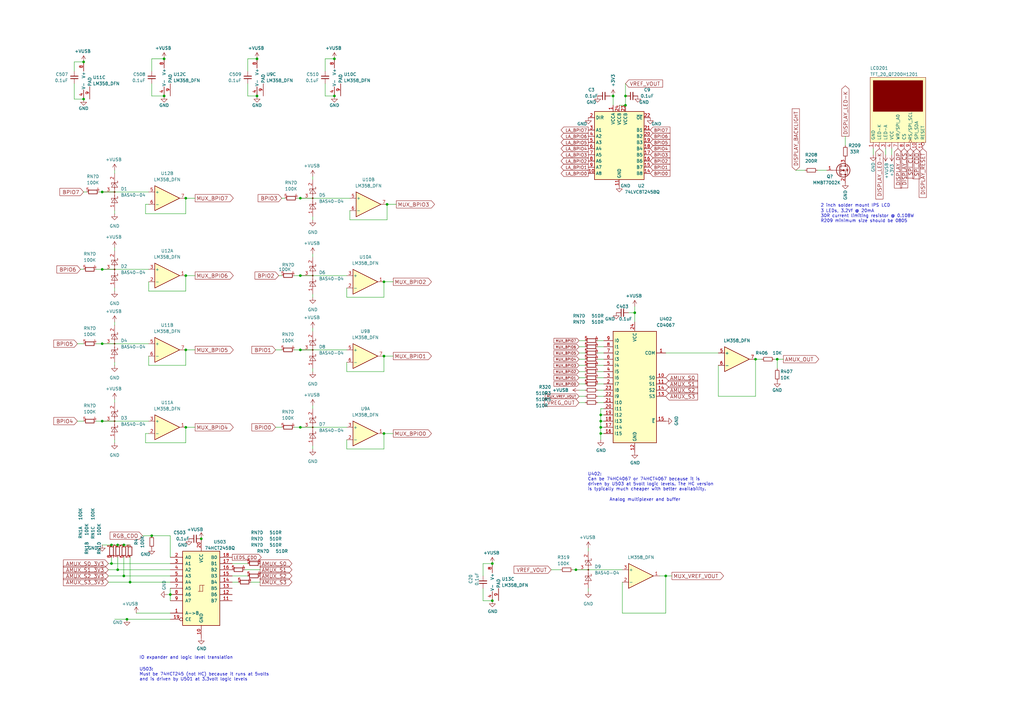
<source format=kicad_sch>
(kicad_sch (version 20231120) (generator "eeschema") (generator_version "8.0")
  (paper "A3")
  (lib_symbols
    (symbol "74xx:74HC245" (pin_names (offset 1.016))
      (property "Reference" "U" (at -7.62 16.51 0))
      (property "Value" "74HC245" (at -7.62 -16.51 0))
      (symbol "74HC245_1_0"
        (pin input line (at -12.7 -10.16 0) (length 5.08) (name "A->B") (number "1"))
        (pin power_in line (at 0 -20.32 90) (length 5.08) (name "GND") (number "10"))
        (pin tri_state line (at 12.7 -5.08 180) (length 5.08) (name "B7") (number "11"))
        (pin tri_state line (at 12.7 -2.54 180) (length 5.08) (name "B6") (number "12"))
        (pin tri_state line (at 12.7 0 180) (length 5.08) (name "B5") (number "13"))
        (pin tri_state line (at 12.7 2.54 180) (length 5.08) (name "B4") (number "14"))
        (pin tri_state line (at 12.7 5.08 180) (length 5.08) (name "B3") (number "15"))
        (pin tri_state line (at 12.7 7.62 180) (length 5.08) (name "B2") (number "16"))
        (pin tri_state line (at 12.7 10.16 180) (length 5.08) (name "B1") (number "17"))
        (pin tri_state line (at 12.7 12.7 180) (length 5.08) (name "B0") (number "18"))
        (pin input inverted (at -12.7 -12.7 0) (length 5.08) (name "CE") (number "19"))
        (pin tri_state line (at -12.7 12.7 0) (length 5.08) (name "A0") (number "2"))
        (pin power_in line (at 0 20.32 270) (length 5.08) (name "VCC") (number "20"))
        (pin tri_state line (at -12.7 10.16 0) (length 5.08) (name "A1") (number "3"))
        (pin tri_state line (at -12.7 7.62 0) (length 5.08) (name "A2") (number "4"))
        (pin tri_state line (at -12.7 5.08 0) (length 5.08) (name "A3") (number "5"))
        (pin tri_state line (at -12.7 2.54 0) (length 5.08) (name "A4") (number "6"))
        (pin tri_state line (at -12.7 0 0) (length 5.08) (name "A5") (number "7"))
        (pin tri_state line (at -12.7 -2.54 0) (length 5.08) (name "A6") (number "8"))
        (pin tri_state line (at -12.7 -5.08 0) (length 5.08) (name "A7") (number "9"))
      )
    )
    (symbol "74xx:CD74HC4067M"
      (property "Reference" "U" (at -8.89 22.86 0))
      (property "Value" "CD74HC4067M" (at 1.27 22.86 0))
      (symbol "CD74HC4067M_1_1"
        (pin passive line (at -12.7 12.7 0) (length 3.81) (name "COM") (number "1"))
        (pin input line (at -12.7 2.54 0) (length 3.81) (name "S0") (number "10"))
        (pin input line (at -12.7 0 0) (length 3.81) (name "S1") (number "11"))
        (pin power_in line (at 0 -27.94 90) (length 3.81) (name "GND") (number "12"))
        (pin input line (at -12.7 -5.08 0) (length 3.81) (name "S3") (number "13"))
        (pin input line (at -12.7 -2.54 0) (length 3.81) (name "S2") (number "14"))
        (pin input line (at -12.7 -15.24 0) (length 3.81) (name "~{E}") (number "15"))
        (pin passive line (at 12.7 -20.32 180) (length 3.81) (name "I15") (number "16"))
        (pin passive line (at 12.7 -17.78 180) (length 3.81) (name "I14") (number "17"))
        (pin passive line (at 12.7 -15.24 180) (length 3.81) (name "I13") (number "18"))
        (pin passive line (at 12.7 -12.7 180) (length 3.81) (name "I12") (number "19"))
        (pin passive line (at 12.7 0 180) (length 3.81) (name "I7") (number "2"))
        (pin passive line (at 12.7 -10.16 180) (length 3.81) (name "I11") (number "20"))
        (pin passive line (at 12.7 -7.62 180) (length 3.81) (name "I10") (number "21"))
        (pin passive line (at 12.7 -5.08 180) (length 3.81) (name "I9") (number "22"))
        (pin passive line (at 12.7 -2.54 180) (length 3.81) (name "I8") (number "23"))
        (pin power_in line (at 0 25.4 270) (length 3.81) (name "VCC") (number "24"))
        (pin passive line (at 12.7 2.54 180) (length 3.81) (name "I6") (number "3"))
        (pin passive line (at 12.7 5.08 180) (length 3.81) (name "I5") (number "4"))
        (pin passive line (at 12.7 7.62 180) (length 3.81) (name "I4") (number "5"))
        (pin passive line (at 12.7 10.16 180) (length 3.81) (name "I3") (number "6"))
        (pin passive line (at 12.7 12.7 180) (length 3.81) (name "I2") (number "7"))
        (pin passive line (at 12.7 15.24 180) (length 3.81) (name "I1") (number "8"))
        (pin passive line (at 12.7 17.78 180) (length 3.81) (name "I0") (number "9"))
      )
    )
    (symbol "Amplifier_Operational:LM358_DFN" (pin_names (offset 0.127))
      (property "Reference" "U" (at 0 5.08 0))
      (property "Value" "LM358_DFN" (at 0 -5.08 0))
      (symbol "LM358_DFN_1_1"
        (pin output line (at 7.62 0 180) (length 2.54) (name "~") (number "1"))
        (pin input line (at -7.62 -2.54 0) (length 2.54) (name "-") (number "2"))
        (pin input line (at -7.62 2.54 0) (length 2.54) (name "+") (number "3"))
      )
      (symbol "LM358_DFN_2_1"
        (pin input line (at -7.62 2.54 0) (length 2.54) (name "+") (number "5"))
        (pin input line (at -7.62 -2.54 0) (length 2.54) (name "-") (number "6"))
        (pin output line (at 7.62 0 180) (length 2.54) (name "~") (number "7"))
      )
      (symbol "LM358_DFN_3_1"
        (pin power_in line (at -2.54 -7.62 90) (length 3.81) (name "V-") (number "4"))
        (pin power_in line (at -2.54 7.62 270) (length 3.81) (name "V+") (number "8"))
        (pin power_in line (at 0 -7.62 90) (length 5.08) (name "PAD") (number "9"))
      )
    )
    (symbol "Device:C_Small" (pin_numbers hide) (pin_names (offset 0.254) hide)
      (property "Reference" "C" (at 0.254 1.778 0))
      (property "Value" "C_Small" (at 0.254 -2.032 0))
      (symbol "C_Small_1_1"
        (pin passive line (at 0 2.54 270) (length 2.032) (name "~") (number "1"))
        (pin passive line (at 0 -2.54 90) (length 2.032) (name "~") (number "2"))
      )
    )
    (symbol "Device:R_Small" (pin_numbers hide) (pin_names (offset 0.254) hide)
      (property "Reference" "R" (at 0.762 0.508 0))
      (property "Value" "R_Small" (at 0.762 -1.016 0))
      (symbol "R_Small_1_1"
        (pin passive line (at 0 2.54 270) (length 0.762) (name "~") (number "1"))
        (pin passive line (at 0 -2.54 90) (length 0.762) (name "~") (number "2"))
      )
    )
    (symbol "Diode:BAS40-04" (pin_names (offset 1.016))
      (property "Reference" "D" (at 0.635 -1.27 0))
      (property "Value" "BAS40-04" (at -6.35 5.715 0))
      (symbol "BAS40-04_1_1"
        (pin passive line (at -7.62 2.54 0) (length 3.81) (name "~") (number "1"))
        (pin passive line (at 7.62 2.54 180) (length 3.81) (name "~") (number "2"))
        (pin passive line (at 0 -2.54 90) (length 5.08) (name "~") (number "3"))
      )
    )
    (symbol "Logic_LevelTranslator:SN74AVC8T245PW"
      (property "Reference" "U" (at -8.89 13.97 0))
      (property "Value" "SN74AVC8T245PW" (at 12.7 13.97 0))
      (symbol "SN74AVC8T245PW_1_1"
        (pin power_in line (at -2.54 15.24 270) (length 2.54) (name "VCCA") (number "1"))
        (pin bidirectional line (at -12.7 -12.7 0) (length 2.54) (name "A8") (number "10"))
        (pin power_in line (at 0 -17.78 90) (length 2.54) (name "GND") (number "11"))
        (pin passive line (at 0 -17.78 90) (length 2.54) hide (name "GND") (number "12"))
        (pin passive line (at 0 -17.78 90) (length 2.54) hide (name "GND") (number "13"))
        (pin bidirectional line (at 12.7 -12.7 180) (length 2.54) (name "B8") (number "14"))
        (pin bidirectional line (at 12.7 -10.16 180) (length 2.54) (name "B7") (number "15"))
        (pin bidirectional line (at 12.7 -7.62 180) (length 2.54) (name "B6") (number "16"))
        (pin bidirectional line (at 12.7 -5.08 180) (length 2.54) (name "B5") (number "17"))
        (pin bidirectional line (at 12.7 -2.54 180) (length 2.54) (name "B4") (number "18"))
        (pin bidirectional line (at 12.7 0 180) (length 2.54) (name "B3") (number "19"))
        (pin input line (at -12.7 10.16 0) (length 2.54) (name "DIR") (number "2"))
        (pin bidirectional line (at 12.7 2.54 180) (length 2.54) (name "B2") (number "20"))
        (pin bidirectional line (at 12.7 5.08 180) (length 2.54) (name "B1") (number "21"))
        (pin input line (at 12.7 10.16 180) (length 2.54) (name "~{OE}") (number "22"))
        (pin power_in line (at 2.54 15.24 270) (length 2.54) (name "VCCB") (number "23"))
        (pin power_in line (at 0 15.24 270) (length 2.54) (name "VCCB") (number "24"))
        (pin bidirectional line (at -12.7 5.08 0) (length 2.54) (name "A1") (number "3"))
        (pin bidirectional line (at -12.7 2.54 0) (length 2.54) (name "A2") (number "4"))
        (pin bidirectional line (at -12.7 0 0) (length 2.54) (name "A3") (number "5"))
        (pin bidirectional line (at -12.7 -2.54 0) (length 2.54) (name "A4") (number "6"))
        (pin bidirectional line (at -12.7 -5.08 0) (length 2.54) (name "A5") (number "7"))
        (pin bidirectional line (at -12.7 -7.62 0) (length 2.54) (name "A6") (number "8"))
        (pin bidirectional line (at -12.7 -10.16 0) (length 2.54) (name "A7") (number "9"))
      )
    )
    (symbol "Transistor_FET:BSS138" (pin_names hide)
      (property "Reference" "Q" (at 5.08 1.905 0))
      (property "Value" "BSS138" (at 5.08 0 0))
      (symbol "BSS138_1_1"
        (pin input line (at -5.08 0 0) (length 2.54) (name "G") (number "1"))
        (pin passive line (at 2.54 -5.08 90) (length 2.54) (name "S") (number "2"))
        (pin passive line (at 2.54 5.08 270) (length 2.54) (name "D") (number "3"))
      )
    )
    (symbol "dp-lcd:TFT_20_QT200H1201" (pin_names (offset 1.016))
      (property "Reference" "LCD" (at 0 11.43 0))
      (property "Value" "TFT_20_QT200H1201" (at 0 8.89 0))
      (symbol "TFT_20_QT200H1201_0_0"
        (pin power_in line (at -13.97 -2.54 0) (length 2.54) hide (name "GND") (number "12"))
        (pin power_in line (at -13.97 2.54 0) (length 2.54) hide (name "GND") (number "5"))
        (pin power_in line (at -13.97 0 0) (length 2.54) hide (name "GND") (number "6"))
      )
      (symbol "TFT_20_QT200H1201_1_1"
        (pin power_in line (at -10.16 -21.59 90) (length 2.54) (name "GND") (number "1"))
        (pin bidirectional line (at 7.62 -21.59 90) (length 2.54) (name "SPI_SDA") (number "10"))
        (pin input inverted (at 10.16 -21.59 90) (length 2.54) (name "RESET") (number "11"))
        (pin bidirectional line (at -7.62 -21.59 90) (length 2.54) (name "LED-K") (number "2"))
        (pin bidirectional line (at -5.08 -21.59 90) (length 2.54) (name "LED-A") (number "3"))
        (pin power_in line (at -2.54 -21.59 90) (length 2.54) (name "VCC") (number "4"))
        (pin input line (at 0 -21.59 90) (length 2.54) (name "WR/SPI_A0") (number "7"))
        (pin input line (at 2.54 -21.59 90) (length 2.54) (name "CS") (number "8"))
        (pin input clock (at 5.08 -21.59 90) (length 2.54) (name "RS/SPI_SCL") (number "9"))
      )
    )
    (symbol "dp-power:+VUSB" (power) (pin_names (offset 1.016))
      (property "Value" "+VUSB" (at 0 5.08 0))
      (symbol "+VUSB_1_1"
        (pin power_in line (at 0 0 90) (length 0) hide (name "+VUSB") (number "1"))
      )
    )
    (symbol "dp-rarray:R_Array" (pin_names (offset 0) hide)
      (property "Reference" "RN" (at 2.286 0.762 0))
      (property "Value" "R_Array" (at 4.572 -0.762 0))
      (symbol "R_Array_1_1"
        (pin passive line (at 0 2.54 270) (length 0.762) (name "R1.1") (number "1"))
        (pin passive line (at 0 -2.54 90) (length 0.762) (name "R1.8") (number "8"))
      )
      (symbol "R_Array_2_1"
        (pin passive line (at 0 2.54 270) (length 0.762) (name "R1.1") (number "2"))
        (pin passive line (at 0 -2.54 90) (length 0.762) (name "R1.8") (number "7"))
      )
      (symbol "R_Array_3_1"
        (pin passive line (at 0 2.54 270) (length 0.762) (name "R1.1") (number "3"))
        (pin passive line (at 0 -2.54 90) (length 0.762) (name "R1.8") (number "6"))
      )
      (symbol "R_Array_4_1"
        (pin passive line (at 0 2.54 270) (length 0.762) (name "R1.1") (number "4"))
        (pin passive line (at 0 -2.54 90) (length 0.762) (name "R1.8") (number "5"))
      )
    )
    (symbol "power:+3V3" (power) (pin_names (offset 0))
      (property "Value" "+3V3" (at 0 3.556 0))
      (symbol "+3V3_1_1"
        (pin power_in line (at 0 0 90) (length 0) hide (name "+3V3") (number "1"))
      )
    )
    (symbol "power:GND" (power) (pin_names (offset 0))
      (property "Value" "GND" (at 0 -3.81 0))
      (symbol "GND_1_1"
        (pin power_in line (at 0 0 270) (length 0) hide (name "GND") (number "1"))
      )
    )
  )
  (junction (at 246.38 175.26))
  (junction (at 105.41 39.37))
  (junction (at 50.8 223.52))
  (junction (at 69.85 243.84))
  (junction (at 236.22 233.68))
  (junction (at 76.2 81.28))
  (junction (at 52.07 254))
  (junction (at 246.38 170.18))
  (junction (at 76.2 175.26))
  (junction (at 41.91 172.72))
  (junction (at 45.72 223.52))
  (junction (at 41.91 110.49))
  (junction (at 53.34 238.76))
  (junction (at 41.91 140.97))
  (junction (at 34.29 40.64))
  (junction (at 123.19 81.28))
  (junction (at 201.93 231.14))
  (junction (at 34.29 25.4))
  (junction (at 105.41 24.13))
  (junction (at 123.19 175.26))
  (junction (at 246.38 172.72))
  (junction (at 123.19 143.51))
  (junction (at 158.75 83.82))
  (junction (at 157.48 177.8))
  (junction (at 62.23 219.71))
  (junction (at 76.2 143.51))
  (junction (at 50.8 236.22))
  (junction (at 260.35 128.27))
  (junction (at 309.88 147.32))
  (junction (at 256.54 39.37))
  (junction (at 48.26 233.68))
  (junction (at 67.31 24.13))
  (junction (at 201.93 246.38))
  (junction (at 123.19 113.03))
  (junction (at 41.91 78.74))
  (junction (at 137.16 24.13))
  (junction (at 246.38 177.8))
  (junction (at 45.72 231.14))
  (junction (at 256.54 43.18))
  (junction (at 48.26 223.52))
  (junction (at 76.2 113.03))
  (junction (at 67.31 39.37))
  (junction (at 318.77 147.32))
  (junction (at 82.55 220.98))
  (junction (at 137.16 39.37))
  (junction (at 273.05 236.22))
  (junction (at 157.48 146.05))
  (junction (at 157.48 115.57))
  (junction (at 251.46 39.37))
  (wire (pts (xy 255.27 251.46) (xy 255.27 238.76)))
  (wire (pts (xy 226.06 233.68) (xy 229.87 233.68)))
  (wire (pts (xy 52.07 254) (xy 69.85 254)))
  (wire (pts (xy 101.6 24.13) (xy 101.6 29.21)))
  (wire (pts (xy 142.24 184.15) (xy 157.48 184.15)))
  (wire (pts (xy 128.27 134.62) (xy 128.27 135.89)))
  (wire (pts (xy 120.65 175.26) (xy 123.19 175.26)))
  (wire (pts (xy 76.2 81.28) (xy 80.01 81.28)))
  (wire (pts (xy 128.27 152.4) (xy 128.27 151.13)))
  (wire (pts (xy 198.12 231.14) (xy 201.93 231.14)))
  (wire (pts (xy 241.3 224.79) (xy 241.3 226.06)))
  (wire (pts (xy 245.11 157.48) (xy 247.65 157.48)))
  (wire (pts (xy 31.75 140.97) (xy 34.29 140.97)))
  (wire (pts (xy 53.34 238.76) (xy 69.85 238.76)))
  (wire (pts (xy 95.25 238.76) (xy 97.79 238.76)))
  (wire (pts (xy 330.2 69.85) (xy 326.39 69.85)))
  (wire (pts (xy 106.68 233.68) (xy 100.33 233.68)))
  (wire (pts (xy 39.37 172.72) (xy 41.91 172.72)))
  (wire (pts (xy 157.48 121.92) (xy 157.48 115.57)))
  (wire (pts (xy 143.51 86.36) (xy 143.51 90.17)))
  (wire (pts (xy 358.14 60.96) (xy 358.14 63.5)))
  (wire (pts (xy 101.6 34.29) (xy 101.6 39.37)))
  (wire (pts (xy 128.27 72.39) (xy 128.27 73.66)))
  (wire (pts (xy 251.46 39.37) (xy 251.46 43.18)))
  (wire (pts (xy 31.75 172.72) (xy 34.29 172.72)))
  (wire (pts (xy 318.77 151.13) (xy 318.77 147.32)))
  (wire (pts (xy 247.65 175.26) (xy 246.38 175.26)))
  (wire (pts (xy 115.57 81.28) (xy 116.84 81.28)))
  (wire (pts (xy 69.85 228.6) (xy 69.85 219.71)))
  (wire (pts (xy 157.48 115.57) (xy 161.29 115.57)))
  (wire (pts (xy 76.2 181.61) (xy 76.2 175.26)))
  (wire (pts (xy 44.45 231.14) (xy 45.72 231.14)))
  (wire (pts (xy 45.72 228.6) (xy 45.72 231.14)))
  (wire (pts (xy 101.6 236.22) (xy 95.25 236.22)))
  (wire (pts (xy 246.38 175.26) (xy 246.38 177.8)))
  (wire (pts (xy 60.96 115.57) (xy 60.96 119.38)))
  (wire (pts (xy 62.23 39.37) (xy 62.23 34.29)))
  (wire (pts (xy 273.05 236.22) (xy 273.05 251.46)))
  (wire (pts (xy 240.03 139.7) (xy 237.49 139.7)))
  (wire (pts (xy 95.25 231.14) (xy 101.6 231.14)))
  (wire (pts (xy 237.49 142.24) (xy 240.03 142.24)))
  (wire (pts (xy 33.02 110.49) (xy 34.29 110.49)))
  (wire (pts (xy 50.8 228.6) (xy 50.8 236.22)))
  (wire (pts (xy 123.19 143.51) (xy 142.24 143.51)))
  (wire (pts (xy 198.12 246.38) (xy 201.93 246.38)))
  (wire (pts (xy 250.19 39.37) (xy 251.46 39.37)))
  (wire (pts (xy 275.59 236.22) (xy 273.05 236.22)))
  (wire (pts (xy 247.65 149.86) (xy 245.11 149.86)))
  (wire (pts (xy 45.72 223.52) (xy 48.26 223.52)))
  (wire (pts (xy 198.12 236.22) (xy 198.12 231.14)))
  (wire (pts (xy 46.99 87.63) (xy 46.99 86.36)))
  (wire (pts (xy 143.51 90.17) (xy 158.75 90.17)))
  (wire (pts (xy 247.65 170.18) (xy 246.38 170.18)))
  (wire (pts (xy 247.65 154.94) (xy 245.11 154.94)))
  (wire (pts (xy 46.99 254) (xy 52.07 254)))
  (wire (pts (xy 59.69 83.82) (xy 59.69 87.63)))
  (wire (pts (xy 46.99 181.61) (xy 46.99 180.34)))
  (wire (pts (xy 247.65 177.8) (xy 246.38 177.8)))
  (wire (pts (xy 53.34 228.6) (xy 53.34 238.76)))
  (wire (pts (xy 246.38 167.64) (xy 246.38 170.18)))
  (wire (pts (xy 245.11 162.56) (xy 247.65 162.56)))
  (wire (pts (xy 245.11 152.4) (xy 247.65 152.4)))
  (wire (pts (xy 142.24 180.34) (xy 142.24 184.15)))
  (wire (pts (xy 142.24 118.11) (xy 142.24 121.92)))
  (wire (pts (xy 365.76 60.96) (xy 365.76 63.5)))
  (wire (pts (xy 39.37 140.97) (xy 41.91 140.97)))
  (wire (pts (xy 256.54 39.37) (xy 256.54 43.18)))
  (wire (pts (xy 128.27 104.14) (xy 128.27 105.41)))
  (wire (pts (xy 48.26 228.6) (xy 48.26 233.68)))
  (wire (pts (xy 44.45 233.68) (xy 48.26 233.68)))
  (wire (pts (xy 30.48 40.64) (xy 34.29 40.64)))
  (wire (pts (xy 59.69 181.61) (xy 76.2 181.61)))
  (wire (pts (xy 121.92 81.28) (xy 123.19 81.28)))
  (wire (pts (xy 30.48 34.29) (xy 30.48 40.64)))
  (wire (pts (xy 113.03 143.51) (xy 115.57 143.51)))
  (wire (pts (xy 157.48 177.8) (xy 161.29 177.8)))
  (wire (pts (xy 76.2 119.38) (xy 76.2 113.03)))
  (wire (pts (xy 157.48 146.05) (xy 161.29 146.05)))
  (wire (pts (xy 237.49 165.1) (xy 240.03 165.1)))
  (wire (pts (xy 45.72 231.14) (xy 69.85 231.14)))
  (wire (pts (xy 30.48 29.21) (xy 30.48 25.4)))
  (wire (pts (xy 113.03 175.26) (xy 115.57 175.26)))
  (wire (pts (xy 158.75 90.17) (xy 158.75 83.82)))
  (wire (pts (xy 256.54 34.29) (xy 256.54 39.37)))
  (wire (pts (xy 60.96 149.86) (xy 76.2 149.86)))
  (wire (pts (xy 260.35 125.73) (xy 260.35 128.27)))
  (wire (pts (xy 50.8 236.22) (xy 69.85 236.22)))
  (wire (pts (xy 120.65 113.03) (xy 123.19 113.03)))
  (wire (pts (xy 246.38 172.72) (xy 247.65 172.72)))
  (wire (pts (xy 46.99 119.38) (xy 46.99 118.11)))
  (wire (pts (xy 312.42 147.32) (xy 309.88 147.32)))
  (wire (pts (xy 67.31 39.37) (xy 62.23 39.37)))
  (wire (pts (xy 158.75 83.82) (xy 162.56 83.82)))
  (wire (pts (xy 50.8 223.52) (xy 53.34 223.52)))
  (wire (pts (xy 237.49 162.56) (xy 240.03 162.56)))
  (wire (pts (xy 237.49 144.78) (xy 240.03 144.78)))
  (wire (pts (xy 128.27 121.92) (xy 128.27 120.65)))
  (wire (pts (xy 294.64 149.86) (xy 294.64 162.56)))
  (wire (pts (xy 246.38 172.72) (xy 246.38 175.26)))
  (wire (pts (xy 246.38 167.64) (xy 247.65 167.64)))
  (wire (pts (xy 41.91 78.74) (xy 60.96 78.74)))
  (wire (pts (xy 62.23 219.71) (xy 69.85 219.71)))
  (wire (pts (xy 40.64 78.74) (xy 41.91 78.74)))
  (wire (pts (xy 59.69 177.8) (xy 59.69 181.61)))
  (wire (pts (xy 102.87 238.76) (xy 106.68 238.76)))
  (wire (pts (xy 76.2 113.03) (xy 80.01 113.03)))
  (wire (pts (xy 273.05 236.22) (xy 270.51 236.22)))
  (wire (pts (xy 309.88 162.56) (xy 309.88 147.32)))
  (wire (pts (xy 44.45 238.76) (xy 53.34 238.76)))
  (wire (pts (xy 241.3 242.57) (xy 241.3 241.3)))
  (wire (pts (xy 69.85 243.84) (xy 69.85 246.38)))
  (wire (pts (xy 55.88 251.46) (xy 69.85 251.46)))
  (wire (pts (xy 246.38 170.18) (xy 246.38 172.72)))
  (wire (pts (xy 59.69 177.8) (xy 60.96 177.8)))
  (wire (pts (xy 123.19 113.03) (xy 142.24 113.03)))
  (wire (pts (xy 123.19 81.28) (xy 143.51 81.28)))
  (wire (pts (xy 76.2 175.26) (xy 80.01 175.26)))
  (wire (pts (xy 76.2 149.86) (xy 76.2 143.51)))
  (wire (pts (xy 60.96 146.05) (xy 60.96 149.86)))
  (wire (pts (xy 142.24 148.59) (xy 142.24 152.4)))
  (wire (pts (xy 120.65 143.51) (xy 123.19 143.51)))
  (wire (pts (xy 128.27 166.37) (xy 128.27 167.64)))
  (wire (pts (xy 62.23 24.13) (xy 67.31 24.13)))
  (wire (pts (xy 59.69 87.63) (xy 76.2 87.63)))
  (wire (pts (xy 142.24 152.4) (xy 157.48 152.4)))
  (wire (pts (xy 245.11 165.1) (xy 247.65 165.1)))
  (wire (pts (xy 245.11 139.7) (xy 247.65 139.7)))
  (wire (pts (xy 157.48 184.15) (xy 157.48 177.8)))
  (wire (pts (xy 41.91 223.52) (xy 45.72 223.52)))
  (wire (pts (xy 39.37 110.49) (xy 41.91 110.49)))
  (wire (pts (xy 30.48 25.4) (xy 34.29 25.4)))
  (wire (pts (xy 335.28 69.85) (xy 339.09 69.85)))
  (wire (pts (xy 240.03 147.32) (xy 237.49 147.32)))
  (wire (pts (xy 114.3 113.03) (xy 115.57 113.03)))
  (wire (pts (xy 157.48 152.4) (xy 157.48 146.05)))
  (wire (pts (xy 198.12 241.3) (xy 198.12 246.38)))
  (wire (pts (xy 273.05 251.46) (xy 255.27 251.46)))
  (wire (pts (xy 317.5 147.32) (xy 318.77 147.32)))
  (wire (pts (xy 41.91 140.97) (xy 60.96 140.97)))
  (wire (pts (xy 46.99 132.08) (xy 46.99 133.35)))
  (wire (pts (xy 318.77 147.32) (xy 321.31 147.32)))
  (wire (pts (xy 60.96 119.38) (xy 76.2 119.38)))
  (wire (pts (xy 247.65 142.24) (xy 245.11 142.24)))
  (wire (pts (xy 236.22 233.68) (xy 255.27 233.68)))
  (wire (pts (xy 101.6 39.37) (xy 105.41 39.37)))
  (wire (pts (xy 48.26 233.68) (xy 69.85 233.68)))
  (wire (pts (xy 254 43.18) (xy 256.54 43.18)))
  (wire (pts (xy 257.81 128.27) (xy 260.35 128.27)))
  (wire (pts (xy 133.35 34.29) (xy 133.35 39.37)))
  (wire (pts (xy 46.99 149.86) (xy 46.99 148.59)))
  (wire (pts (xy 69.85 241.3) (xy 69.85 243.84)))
  (wire (pts (xy 237.49 157.48) (xy 240.03 157.48)))
  (wire (pts (xy 41.91 110.49) (xy 60.96 110.49)))
  (wire (pts (xy 76.2 143.51) (xy 80.01 143.51)))
  (wire (pts (xy 68.58 243.84) (xy 69.85 243.84)))
  (wire (pts (xy 133.35 39.37) (xy 137.16 39.37)))
  (wire (pts (xy 240.03 160.02) (xy 237.49 160.02)))
  (wire (pts (xy 245.11 160.02) (xy 247.65 160.02)))
  (wire (pts (xy 58.42 219.71) (xy 62.23 219.71)))
  (wire (pts (xy 260.35 132.08) (xy 260.35 128.27)))
  (wire (pts (xy 237.49 152.4) (xy 240.03 152.4)))
  (wire (pts (xy 62.23 29.21) (xy 62.23 24.13)))
  (wire (pts (xy 273.05 144.78) (xy 294.64 144.78)))
  (wire (pts (xy 142.24 121.92) (xy 157.48 121.92)))
  (wire (pts (xy 240.03 154.94) (xy 237.49 154.94)))
  (wire (pts (xy 346.71 55.88) (xy 346.71 59.69)))
  (wire (pts (xy 48.26 223.52) (xy 50.8 223.52)))
  (wire (pts (xy 294.64 162.56) (xy 309.88 162.56)))
  (wire (pts (xy 363.22 60.96) (xy 363.22 63.5)))
  (wire (pts (xy 128.27 90.17) (xy 128.27 88.9)))
  (wire (pts (xy 133.35 24.13) (xy 133.35 29.21)))
  (wire (pts (xy 44.45 236.22) (xy 50.8 236.22)))
  (wire (pts (xy 128.27 184.15) (xy 128.27 182.88)))
  (wire (pts (xy 105.41 24.13) (xy 101.6 24.13)))
  (wire (pts (xy 137.16 24.13) (xy 133.35 24.13)))
  (wire (pts (xy 41.91 172.72) (xy 60.96 172.72)))
  (wire (pts (xy 46.99 69.85) (xy 46.99 71.12)))
  (wire (pts (xy 234.95 233.68) (xy 236.22 233.68)))
  (wire (pts (xy 34.29 78.74) (xy 35.56 78.74)))
  (wire (pts (xy 76.2 87.63) (xy 76.2 81.28)))
  (wire (pts (xy 123.19 175.26) (xy 142.24 175.26)))
  (wire (pts (xy 245.11 144.78) (xy 247.65 144.78)))
  (wire (pts (xy 240.03 149.86) (xy 237.49 149.86)))
  (wire (pts (xy 247.65 147.32) (xy 245.11 147.32)))
  (wire (pts (xy 46.99 163.83) (xy 46.99 165.1)))
  (wire (pts (xy 46.99 101.6) (xy 46.99 102.87)))
  (wire (pts (xy 59.69 83.82) (xy 60.96 83.82)))
  (wire (pts (xy 246.38 177.8) (xy 246.38 180.34)))
  (text "IO expander and logic level translation" (at 57.15 270.51 0) (effects (font (size 1.27 1.27)) (justify left bottom)))
  (text "Analog multiplexer and buffer" (at 249.936 205.74 0) (effects (font (size 1.27 1.27)) (justify left bottom)))
  (text "U402:\nCan be 74HC4067 or 74HCT4067 because it is \ndriven by U503 at 5volt logic levels. The HC version \nis typically much cheaper with better availability." (at 241.046 201.422 0) (effects (font (size 1.27 1.27)) (justify left bottom)))
  (text "3 LEDs, 3.2Vf @ 20mA\n30R current limiting resistor @ 0.108W\nR209 minimum size should be 0805" (at 336.55 91.44 0) (effects (font (size 1.27 1.27)) (justify left bottom)))
  (text "2 inch solder mount IPS LCD" (at 336.55 85.09 0) (effects (font (size 1.27 1.27)) (justify left bottom)))
  (text "U503:\nMust be 74HCT245 (not HC) because it runs at 5volts\nand is driven by U501 at 3.3volt logic levels" (at 57.15 279.4 0) (effects (font (size 1.27 1.27)) (justify left bottom)))
  (global_label "MUX_VREF_VOUT" (shape input) (at 237.49 162.56 180) (effects (font (size 1 1))) (property "Intersheetrefs" "${INTERSHEET_REFS}" (effects (hide yes))))
  (global_label "AMUX_S3" (shape input) (at 273.05 162.56 0) (effects (font (size 1.524 1.524))) (property "Intersheetrefs" "${INTERSHEET_REFS}" (effects (hide yes))))
  (global_label "BPIO7" (shape input) (at 266.7 53.34 0) (property "Intersheetrefs" "${INTERSHEET_REFS}" (effects (hide yes))))
  (global_label "AMUX_S3" (shape output) (at 106.68 238.76 0) (effects (font (size 1.524 1.524))) (property "Intersheetrefs" "${INTERSHEET_REFS}" (effects (hide yes))))
  (global_label "AMUX_S2" (shape input) (at 273.05 160.02 0) (effects (font (size 1.524 1.524))) (property "Intersheetrefs" "${INTERSHEET_REFS}" (effects (hide yes))))
  (global_label "BPIO4" (shape input) (at 266.7 60.96 0) (property "Intersheetrefs" "${INTERSHEET_REFS}" (effects (hide yes))))
  (global_label "DISPLAY_LED-K" (shape output) (at 346.71 55.88 90) (effects (font (size 1.524 1.524))) (property "Intersheetrefs" "${INTERSHEET_REFS}" (effects (hide yes))))
  (global_label "MUX_BPIO5" (shape input) (at 237.49 144.78 180) (effects (font (size 1 1))) (property "Intersheetrefs" "${INTERSHEET_REFS}" (effects (hide yes))))
  (global_label "BPIO0" (shape input) (at 113.03 175.26 180) (effects (font (size 1.524 1.524))) (property "Intersheetrefs" "${INTERSHEET_REFS}" (effects (hide yes))))
  (global_label "BPIO1" (shape input) (at 113.03 143.51 180) (effects (font (size 1.524 1.524))) (property "Intersheetrefs" "${INTERSHEET_REFS}" (effects (hide yes))))
  (global_label "MUX_VREF_VOUT" (shape output) (at 275.59 236.22 0) (effects (font (size 1.524 1.524))) (property "Intersheetrefs" "${INTERSHEET_REFS}" (effects (hide yes))))
  (global_label "VREF_VOUT" (shape input) (at 256.54 34.29 0) (effects (font (size 1.524 1.524))) (property "Intersheetrefs" "${INTERSHEET_REFS}" (effects (hide yes))))
  (global_label "MUX_BPIO4" (shape input) (at 237.49 147.32 180) (effects (font (size 1 1))) (property "Intersheetrefs" "${INTERSHEET_REFS}" (effects (hide yes))))
  (global_label "LA_BPIO0" (shape output) (at 241.3 71.12 180) (property "Intersheetrefs" "${INTERSHEET_REFS}" (effects (hide yes))))
  (global_label "LEDS_CDO" (shape output) (at 95.25 228.6 0) (property "Intersheetrefs" "${INTERSHEET_REFS}" (effects (hide yes))))
  (global_label "MUX_BPIO4" (shape output) (at 80.01 175.26 0) (effects (font (size 1.524 1.524))) (property "Intersheetrefs" "${INTERSHEET_REFS}" (effects (hide yes))))
  (global_label "MUX_BPIO3" (shape output) (at 162.56 83.82 0) (effects (font (size 1.524 1.524))) (property "Intersheetrefs" "${INTERSHEET_REFS}" (effects (hide yes))))
  (global_label "VREG_OUT" (shape input) (at 237.49 165.1 180) (effects (font (size 1.524 1.524))) (property "Intersheetrefs" "${INTERSHEET_REFS}" (effects (hide yes))))
  (global_label "MUX_BPIO2" (shape output) (at 161.29 115.57 0) (effects (font (size 1.524 1.524))) (property "Intersheetrefs" "${INTERSHEET_REFS}" (effects (hide yes))))
  (global_label "MUX_BPIO2" (shape input) (at 237.49 152.4 180) (effects (font (size 1 1))) (property "Intersheetrefs" "${INTERSHEET_REFS}" (effects (hide yes))))
  (global_label "BPIO1" (shape input) (at 266.7 68.58 0) (property "Intersheetrefs" "${INTERSHEET_REFS}" (effects (hide yes))))
  (global_label "BPIO2" (shape input) (at 114.3 113.03 180) (effects (font (size 1.524 1.524))) (property "Intersheetrefs" "${INTERSHEET_REFS}" (effects (hide yes))))
  (global_label "MUX_BPIO6" (shape output) (at 80.01 113.03 0) (effects (font (size 1.524 1.524))) (property "Intersheetrefs" "${INTERSHEET_REFS}" (effects (hide yes))))
  (global_label "DISPLAY_BACKLIGHT" (shape input) (at 326.39 69.85 90) (effects (font (size 1.524 1.524))) (property "Intersheetrefs" "${INTERSHEET_REFS}" (effects (hide yes))))
  (global_label "BPIO3" (shape input) (at 115.57 81.28 180) (effects (font (size 1.524 1.524))) (property "Intersheetrefs" "${INTERSHEET_REFS}" (effects (hide yes))))
  (global_label "SPI_CDO" (shape input) (at 375.92 60.96 270) (effects (font (size 1.524 1.524))) (property "Intersheetrefs" "${INTERSHEET_REFS}" (effects (hide yes))))
  (global_label "LA_BPIO6" (shape output) (at 241.3 55.88 180) (property "Intersheetrefs" "${INTERSHEET_REFS}" (effects (hide yes))))
  (global_label "MUX_BPIO3" (shape input) (at 237.49 149.86 180) (effects (font (size 1 1))) (property "Intersheetrefs" "${INTERSHEET_REFS}" (effects (hide yes))))
  (global_label "MUX_BPIO7" (shape output) (at 80.01 81.28 0) (effects (font (size 1.524 1.524))) (property "Intersheetrefs" "${INTERSHEET_REFS}" (effects (hide yes))))
  (global_label "BPIO6" (shape input) (at 33.02 110.49 180) (effects (font (size 1.524 1.524))) (property "Intersheetrefs" "${INTERSHEET_REFS}" (effects (hide yes))))
  (global_label "VREF_VOUT" (shape input) (at 226.06 233.68 180) (effects (font (size 1.524 1.524))) (property "Intersheetrefs" "${INTERSHEET_REFS}" (effects (hide yes))))
  (global_label "LA_BPIO1" (shape output) (at 241.3 68.58 180) (property "Intersheetrefs" "${INTERSHEET_REFS}" (effects (hide yes))))
  (global_label "MUX_BPIO0" (shape input) (at 237.49 157.48 180) (effects (font (size 1 1))) (property "Intersheetrefs" "${INTERSHEET_REFS}" (effects (hide yes))))
  (global_label "DISPLAY_LED-K" (shape input) (at 360.68 60.96 270) (effects (font (size 1.524 1.524))) (property "Intersheetrefs" "${INTERSHEET_REFS}" (effects (hide yes))))
  (global_label "AMUX_OUT" (shape output) (at 321.31 147.32 0) (effects (font (size 1.524 1.524))) (property "Intersheetrefs" "${INTERSHEET_REFS}" (effects (hide yes))))
  (global_label "MUX_BPIO0" (shape output) (at 161.29 177.8 0) (effects (font (size 1.524 1.524))) (property "Intersheetrefs" "${INTERSHEET_REFS}" (effects (hide yes))))
  (global_label "BPIO5" (shape input) (at 31.75 140.97 180) (effects (font (size 1.524 1.524))) (property "Intersheetrefs" "${INTERSHEET_REFS}" (effects (hide yes))))
  (global_label "RGB_CDO" (shape input) (at 58.42 219.71 180) (effects (font (size 1.524 1.524))) (property "Intersheetrefs" "${INTERSHEET_REFS}" (effects (hide yes))))
  (global_label "DISPLAY_RESET" (shape input) (at 378.46 60.96 270) (effects (font (size 1.524 1.524))) (property "Intersheetrefs" "${INTERSHEET_REFS}" (effects (hide yes))))
  (global_label "BPIO7" (shape input) (at 34.29 78.74 180) (effects (font (size 1.524 1.524))) (property "Intersheetrefs" "${INTERSHEET_REFS}" (effects (hide yes))))
  (global_label "SPI_CLK" (shape input) (at 373.38 60.96 270) (effects (font (size 1.524 1.524))) (property "Intersheetrefs" "${INTERSHEET_REFS}" (effects (hide yes))))
  (global_label "MUX_BPIO6" (shape input) (at 237.49 142.24 180) (effects (font (size 1 1))) (property "Intersheetrefs" "${INTERSHEET_REFS}" (effects (hide yes))))
  (global_label "AMUX_S0_3V3" (shape input) (at 44.45 231.14 180) (effects (font (size 1.524 1.524))) (property "Intersheetrefs" "${INTERSHEET_REFS}" (effects (hide yes))))
  (global_label "LA_BPIO7" (shape output) (at 241.3 53.34 180) (property "Intersheetrefs" "${INTERSHEET_REFS}" (effects (hide yes))))
  (global_label "AMUX_S1_3V3" (shape input) (at 44.45 233.68 180) (effects (font (size 1.524 1.524))) (property "Intersheetrefs" "${INTERSHEET_REFS}" (effects (hide yes))))
  (global_label "BPIO5" (shape input) (at 266.7 58.42 0) (property "Intersheetrefs" "${INTERSHEET_REFS}" (effects (hide yes))))
  (global_label "LA_BPIO5" (shape output) (at 241.3 58.42 180) (property "Intersheetrefs" "${INTERSHEET_REFS}" (effects (hide yes))))
  (global_label "MUX_BPIO7" (shape input) (at 237.49 139.7 180) (effects (font (size 1 1))) (property "Intersheetrefs" "${INTERSHEET_REFS}" (effects (hide yes))))
  (global_label "LA_BPIO2" (shape output) (at 241.3 66.04 180) (property "Intersheetrefs" "${INTERSHEET_REFS}" (effects (hide yes))))
  (global_label "DISPLAY_DP" (shape input) (at 368.3 60.96 270) (effects (font (size 1.524 1.524))) (property "Intersheetrefs" "${INTERSHEET_REFS}" (effects (hide yes))))
  (global_label "AMUX_S0" (shape input) (at 273.05 154.94 0) (effects (font (size 1.524 1.524))) (property "Intersheetrefs" "${INTERSHEET_REFS}" (effects (hide yes))))
  (global_label "AMUX_S1" (shape output) (at 106.68 233.68 0) (effects (font (size 1.524 1.524))) (property "Intersheetrefs" "${INTERSHEET_REFS}" (effects (hide yes))))
  (global_label "MUX_BPIO1" (shape input) (at 237.49 154.94 180) (effects (font (size 1 1))) (property "Intersheetrefs" "${INTERSHEET_REFS}" (effects (hide yes))))
  (global_label "AMUX_S2_3V3" (shape input) (at 44.45 236.22 180) (effects (font (size 1.524 1.524))) (property "Intersheetrefs" "${INTERSHEET_REFS}" (effects (hide yes))))
  (global_label "LA_BPIO3" (shape output) (at 241.3 63.5 180) (property "Intersheetrefs" "${INTERSHEET_REFS}" (effects (hide yes))))
  (global_label "BPIO6" (shape input) (at 266.7 55.88 0) (property "Intersheetrefs" "${INTERSHEET_REFS}" (effects (hide yes))))
  (global_label "BPIO0" (shape input) (at 266.7 71.12 0) (property "Intersheetrefs" "${INTERSHEET_REFS}" (effects (hide yes))))
  (global_label "AMUX_S2" (shape output) (at 106.68 236.22 0) (effects (font (size 1.524 1.524))) (property "Intersheetrefs" "${INTERSHEET_REFS}" (effects (hide yes))))
  (global_label "BPIO3" (shape input) (at 266.7 63.5 0) (property "Intersheetrefs" "${INTERSHEET_REFS}" (effects (hide yes))))
  (global_label "MUX_BPIO5" (shape output) (at 80.01 143.51 0) (effects (font (size 1.524 1.524))) (property "Intersheetrefs" "${INTERSHEET_REFS}" (effects (hide yes))))
  (global_label "AMUX_S0" (shape output) (at 106.68 231.14 0) (effects (font (size 1.524 1.524))) (property "Intersheetrefs" "${INTERSHEET_REFS}" (effects (hide yes))))
  (global_label "DISPLAY_CS" (shape input) (at 370.84 60.96 270) (effects (font (size 1.524 1.524))) (property "Intersheetrefs" "${INTERSHEET_REFS}" (effects (hide yes))))
  (global_label "MUX_BPIO1" (shape output) (at 161.29 146.05 0) (effects (font (size 1.524 1.524))) (property "Intersheetrefs" "${INTERSHEET_REFS}" (effects (hide yes))))
  (global_label "AMUX_S1" (shape input) (at 273.05 157.48 0) (effects (font (size 1.524 1.524))) (property "Intersheetrefs" "${INTERSHEET_REFS}" (effects (hide yes))))
  (global_label "AMUX_S3_3V3" (shape input) (at 44.45 238.76 180) (effects (font (size 1.524 1.524))) (property "Intersheetrefs" "${INTERSHEET_REFS}" (effects (hide yes))))
  (global_label "LA_BPIO4" (shape output) (at 241.3 60.96 180) (property "Intersheetrefs" "${INTERSHEET_REFS}" (effects (hide yes))))
  (global_label "BPIO4" (shape input) (at 31.75 172.72 180) (effects (font (size 1.524 1.524))) (property "Intersheetrefs" "${INTERSHEET_REFS}" (effects (hide yes))))
  (global_label "BPIO2" (shape input) (at 266.7 66.04 0) (property "Intersheetrefs" "${INTERSHEET_REFS}" (effects (hide yes))))
  (symbol (lib_id "Device:R_Small") (at 314.96 147.32 90) (unit 1)
    (property "Reference" "R406" (at 312.42 144.78 90))
    (property "Value" "10K" (at 318.77 144.78 90))
    (property "Footprint" "Resistor_SMD:R_0402_1005Metric" (effects (hide yes)))
    (property "RMB" "0.004864" (effects (hide yes)))
    (property "Supplier" "https://item.szlcsc.com/61542.html" (effects (hide yes)))
  )
  (symbol (lib_id "power:GND") (at 260.35 185.42 0) (unit 1)
    (property "Reference" "#PWR0409" (effects (hide yes)))
    (property "Value" "GND" (at 260.477 189.8142 0))
  )
  (symbol (lib_id "Device:C_Small") (at 255.27 128.27 90) (unit 1)
    (property "Reference" "C403" (at 255.27 125.73 90))
    (property "Value" "0.1uF" (at 256.54 130.81 90))
    (property "Footprint" "Capacitor_SMD:C_0402_1005Metric" (effects (hide yes)))
    (property "RMB" "0.00628" (effects (hide yes)))
    (property "Supplier" "https://item.szlcsc.com/1877.html" (effects (hide yes)))
  )
  (symbol (lib_id "power:GND") (at 252.73 128.27 0) (unit 1)
    (property "Reference" "#PWR0407" (effects (hide yes)))
    (property "Value" "GND" (at 250.19 130.81 0))
  )
  (symbol (lib_id "74xx:CD74HC4067M") (at 260.35 157.48 0) (mirror y) (unit 1)
    (property "Reference" "U402" (at 273.05 130.81 0))
    (property "Value" "CD4067" (at 273.05 133.35 0))
    (property "Footprint" "Package_SO:TSSOP-24_4.4x7.8mm_P0.65mm" (effects (hide yes)))
    (property "Datasheet" "http://www.ti.com/lit/ds/symlink/cd74hc4067.pdf" (effects (hide yes)))
    (property "Supplier" "https://eu.mouser.com/ProductDetail/Nexperia/74HCT4067PW118" (effects (hide yes)))
    (property "USD" "0.762" (effects (hide yes)))
  )
  (symbol (lib_id "dp-power:+VUSB") (at 260.35 125.73 0) (unit 1)
    (property "Reference" "#PWR0408" (effects (hide yes)))
    (property "Value" "+VUSB" (at 259.969 121.3358 0))
  )
  (symbol (lib_id "Device:R_Small") (at 318.77 153.67 180) (unit 1)
    (property "Reference" "R407" (at 320.04 152.4 0) (effects (justify right)))
    (property "Value" "10K" (at 320.04 154.94 0) (effects (justify right)))
    (property "Footprint" "Resistor_SMD:R_0402_1005Metric" (effects (hide yes)))
    (property "RMB" "0.004864" (effects (hide yes)))
    (property "Supplier" "https://item.szlcsc.com/61542.html" (effects (hide yes)))
  )
  (symbol (lib_id "power:GND") (at 318.77 156.21 0) (unit 1)
    (property "Reference" "#PWR0420" (effects (hide yes)))
    (property "Value" "GND" (at 318.77 160.02 0))
  )
  (symbol (lib_id "power:GND") (at 358.14 63.5 0) (unit 1)
    (property "Reference" "#PWR0212" (effects (hide yes)))
    (property "Value" "GND" (at 358.14 68.58 90))
  )
  (symbol (lib_id "Transistor_FET:BSS138") (at 344.17 69.85 0) (unit 1)
    (property "Reference" "Q?" (at 340.36 72.39 0))
    (property "Value" "MMBT7002K" (at 339.09 74.93 0))
    (property "Footprint" "Package_TO_SOT_SMD:SOT-23" (effects (hide yes)))
    (property "Datasheet" "https://www.fairchildsemi.com/datasheets/BS/BSS138.pdf" (effects (hide yes)))
    (property "RMB" "0.140017" (effects (hide yes)))
    (property "Supplier" "https://item.szlcsc.com/544697.html" (effects (hide yes)))
    (instances (project "REV0" (path "" (reference "Q?") (unit 1)) (path "" (reference "Q202") (unit 1))))
  )
  (symbol (lib_id "Device:R_Small") (at 346.71 62.23 180) (unit 1)
    (property "Reference" "R209" (at 350.52 59.69 0))
    (property "Value" "33R" (at 350.52 62.23 0))
    (property "Footprint" "Resistor_SMD:R_0805_2012Metric" (effects (hide yes)))
    (property "RMB" "0.019315" (effects (hide yes)))
    (property "Supplier" "https://item.szlcsc.com/139271.html" (effects (hide yes)))
  )
  (symbol (lib_id "power:GND") (at 346.71 74.93 0) (unit 1)
    (property "Reference" "#PWR0211" (effects (hide yes)))
    (property "Value" "GND" (at 346.71 80.01 90))
  )
  (symbol (lib_id "power:+3V3") (at 365.76 63.5 180) (unit 1)
    (property "Reference" "#PWR0214" (effects (hide yes)))
    (property "Value" "+3V3" (at 365.76 69.85 90))
  )
  (symbol (lib_id "dp-power:+VUSB") (at 363.22 63.5 180) (unit 1)
    (property "Reference" "#PWR0213" (effects (hide yes)))
    (property "Value" "+VUSB" (at 363.601 66.7258 90) (effects (justify left)))
  )
  (symbol (lib_id "dp-power:+VUSB") (at 237.49 160.02 90) (unit 1)
    (property "Reference" "#PWR0406" (effects (hide yes)))
    (property "Value" "+VUSB" (at 229.87 160.02 90))
  )
  (symbol (lib_id "power:GND") (at 82.55 261.62 0) (unit 1)
    (property "Reference" "#PWR0512" (effects (hide yes)))
    (property "Value" "GND" (at 82.677 266.0142 0))
  )
  (symbol (lib_id "74xx:74HC245") (at 82.55 241.3 0) (unit 1)
    (property "Reference" "U503" (at 90.17 222.25 0))
    (property "Value" "74HCT245BQ" (at 90.17 224.79 0))
    (property "Footprint" "Package_DFN_QFN:DHVQFN-20-1EP_2.5x4.5mm_P0.5mm_EP1x3mm" (effects (hide yes)))
    (property "Datasheet" "http://www.ti.com/lit/gpn/sn74HC245" (effects (hide yes)))
  )
  (symbol (lib_id "dp-power:+VUSB") (at 82.55 220.98 0) (unit 1)
    (property "Reference" "#PWR0511" (effects (hide yes)))
    (property "Value" "+VUSB" (at 80.01 217.17 0))
  )
  (symbol (lib_id "Device:R_Small") (at 332.74 69.85 90) (mirror x) (unit 1)
    (property "Reference" "R208" (at 332.74 63.5 90))
    (property "Value" "200R" (at 332.74 66.04 90))
    (property "Footprint" "Resistor_SMD:R_0402_1005Metric" (effects (hide yes)))
    (property "RMB" "0.005749" (effects (hide yes)))
    (property "Supplier" "https://item.szlcsc.com/61543.html" (effects (hide yes)))
  )
  (symbol (lib_id "Device:C_Small") (at 80.01 220.98 90) (unit 1)
    (property "Reference" "C503" (at 73.66 218.44 90))
    (property "Value" "0.1uF" (at 74.93 220.98 90))
    (property "Footprint" "Capacitor_SMD:C_0402_1005Metric" (effects (hide yes)))
    (property "RMB" "0.00628" (effects (hide yes)))
    (property "Supplier" "https://item.szlcsc.com/1877.html" (effects (hide yes)))
  )
  (symbol (lib_id "power:GND") (at 77.47 220.98 0) (unit 1)
    (property "Reference" "#PWR0510" (effects (hide yes)))
    (property "Value" "GND" (at 74.93 223.52 0))
  )
  (symbol (lib_id "dp-power:+VUSB") (at 55.88 251.46 0) (unit 1)
    (property "Reference" "#PWR0509" (effects (hide yes)))
    (property "Value" "+VUSB" (at 53.34 247.65 0))
  )
  (symbol (lib_id "power:GND") (at 68.58 243.84 270) (unit 1)
    (property "Reference" "#PWR0108" (effects (hide yes)))
    (property "Value" "GND" (at 67.31 240.03 0))
  )
  (symbol (lib_id "dp-rarray:R_Array") (at 100.33 238.76 270) (unit 4)
    (property "Reference" "RN?" (at 107.95 226.06 90))
    (property "Value" "510R" (at 115.57 226.06 90))
    (property "Footprint" "Resistor_SMD:R_Array_Convex_4x0402" (effects (hide yes)))
    (property "Datasheet" "http://www.vishay.com/docs/31509/csc.pdf" (effects (hide yes)))
    (property "RMB" "0.033552" (effects (hide yes)))
    (property "Supplier" "https://item.szlcsc.com/26241.html" (effects (hide yes)))
    (instances (project "REV0" (path "" (reference "RN?") (unit 4)) (path "" (reference "RN315") (unit 1))))
  )
  (symbol (lib_id "dp-rarray:R_Array") (at 104.14 236.22 270) (unit 4)
    (property "Reference" "RN?" (at 105.41 223.52 90))
    (property "Value" "510R" (at 113.03 223.52 90))
    (property "Footprint" "Resistor_SMD:R_Array_Convex_4x0402" (effects (hide yes)))
    (property "Datasheet" "http://www.vishay.com/docs/31509/csc.pdf" (effects (hide yes)))
    (property "RMB" "0.033552" (effects (hide yes)))
    (property "Supplier" "https://item.szlcsc.com/26241.html" (effects (hide yes)))
    (instances (project "REV0" (path "" (reference "RN?") (unit 4)) (path "" (reference "RN315") (unit 2))))
  )
  (symbol (lib_id "dp-rarray:R_Array") (at 97.79 233.68 270) (unit 4)
    (property "Reference" "RN?" (at 105.41 220.98 90))
    (property "Value" "510R" (at 113.03 220.98 90))
    (property "Footprint" "Resistor_SMD:R_Array_Convex_4x0402" (effects (hide yes)))
    (property "Datasheet" "http://www.vishay.com/docs/31509/csc.pdf" (effects (hide yes)))
    (property "RMB" "0.033552" (effects (hide yes)))
    (property "Supplier" "https://item.szlcsc.com/26241.html" (effects (hide yes)))
    (instances (project "REV0" (path "" (reference "RN?") (unit 4)) (path "" (reference "RN315") (unit 3))))
  )
  (symbol (lib_id "dp-rarray:R_Array") (at 104.14 231.14 270) (unit 4)
    (property "Reference" "RN?" (at 105.41 218.44 90))
    (property "Value" "510R" (at 113.03 218.44 90))
    (property "Footprint" "Resistor_SMD:R_Array_Convex_4x0402" (effects (hide yes)))
    (property "Datasheet" "http://www.vishay.com/docs/31509/csc.pdf" (effects (hide yes)))
    (property "RMB" "0.033552" (effects (hide yes)))
    (property "Supplier" "https://item.szlcsc.com/26241.html" (effects (hide yes)))
    (instances (project "REV0" (path "" (reference "RN?") (unit 4)) (path "" (reference "RN315") (unit 4))))
  )
  (symbol (lib_id "dp-lcd:TFT_20_QT200H1201") (at 368.3 39.37 0) (unit 1)
    (property "Reference" "LCD201" (at 356.87 27.94 0) (effects (justify left)))
    (property "Value" "TFT_20_QT200H1201" (at 356.87 30.48 0) (effects (justify left)))
    (property "Footprint" "dp-lcd:TFT_20_QT200H1201" (effects (hide yes)))
  )
  (symbol (lib_id "power:GND") (at 246.38 180.34 0) (unit 1)
    (property "Reference" "#PWR0131" (effects (hide yes)))
    (property "Value" "GND" (at 246.507 184.7342 0))
  )
  (symbol (lib_id "dp-rarray:R_Array") (at 242.57 139.7 270) (unit 4)
    (property "Reference" "RN?" (at 237.49 129.54 90))
    (property "Value" "510R" (at 245.11 129.54 90))
    (property "Footprint" "Resistor_SMD:R_Array_Convex_4x0402" (effects (hide yes)))
    (property "Datasheet" "http://www.vishay.com/docs/31509/csc.pdf" (effects (hide yes)))
    (property "RMB" "0.034572" (effects (hide yes)))
    (property "Supplier" "https://item.szlcsc.com/45893.html" (effects (hide yes)))
    (instances (project "REV0" (path "" (reference "RN?") (unit 4)) (path "" (reference "RN400") (unit 1))))
  )
  (symbol (lib_id "dp-rarray:R_Array") (at 242.57 142.24 270) (unit 4)
    (property "Reference" "RN?" (effects (hide yes)))
    (property "Value" "510R" (effects (hide yes)))
    (property "Footprint" "Resistor_SMD:R_Array_Convex_4x0402" (effects (hide yes)))
    (property "Datasheet" "http://www.vishay.com/docs/31509/csc.pdf" (effects (hide yes)))
    (property "RMB" "0.034572" (effects (hide yes)))
    (property "Supplier" "https://item.szlcsc.com/45893.html" (effects (hide yes)))
    (instances (project "REV0" (path "" (reference "RN?") (unit 4)) (path "" (reference "RN400") (unit 2))))
  )
  (symbol (lib_id "dp-rarray:R_Array") (at 242.57 144.78 270) (unit 4)
    (property "Reference" "RN?" (effects (hide yes)))
    (property "Value" "510R" (effects (hide yes)))
    (property "Footprint" "Resistor_SMD:R_Array_Convex_4x0402" (effects (hide yes)))
    (property "Datasheet" "http://www.vishay.com/docs/31509/csc.pdf" (effects (hide yes)))
    (property "RMB" "0.034572" (effects (hide yes)))
    (property "Supplier" "https://item.szlcsc.com/45893.html" (effects (hide yes)))
    (instances (project "REV0" (path "" (reference "RN?") (unit 4)) (path "" (reference "RN400") (unit 3))))
  )
  (symbol (lib_id "dp-rarray:R_Array") (at 242.57 147.32 270) (unit 4)
    (property "Reference" "RN?" (effects (hide yes)))
    (property "Value" "510R" (effects (hide yes)))
    (property "Footprint" "Resistor_SMD:R_Array_Convex_4x0402" (effects (hide yes)))
    (property "Datasheet" "http://www.vishay.com/docs/31509/csc.pdf" (effects (hide yes)))
    (property "RMB" "0.034572" (effects (hide yes)))
    (property "Supplier" "https://item.szlcsc.com/45893.html" (effects (hide yes)))
    (instances (project "REV0" (path "" (reference "RN?") (unit 4)) (path "" (reference "RN400") (unit 4))))
  )
  (symbol (lib_id "dp-rarray:R_Array") (at 242.57 149.86 270) (unit 4)
    (property "Reference" "RN?" (at 237.49 132.08 90))
    (property "Value" "510R" (at 245.11 132.08 90))
    (property "Footprint" "Resistor_SMD:R_Array_Convex_4x0402" (effects (hide yes)))
    (property "Datasheet" "http://www.vishay.com/docs/31509/csc.pdf" (effects (hide yes)))
    (property "RMB" "0.034572" (effects (hide yes)))
    (property "Supplier" "https://item.szlcsc.com/45893.html" (effects (hide yes)))
    (instances (project "REV0" (path "" (reference "RN?") (unit 4)) (path "" (reference "RN401") (unit 1))))
  )
  (symbol (lib_id "dp-rarray:R_Array") (at 242.57 152.4 270) (unit 4)
    (property "Reference" "RN?" (effects (hide yes)))
    (property "Value" "510R" (effects (hide yes)))
    (property "Footprint" "Resistor_SMD:R_Array_Convex_4x0402" (effects (hide yes)))
    (property "Datasheet" "http://www.vishay.com/docs/31509/csc.pdf" (effects (hide yes)))
    (property "RMB" "0.034572" (effects (hide yes)))
    (property "Supplier" "https://item.szlcsc.com/45893.html" (effects (hide yes)))
    (instances (project "REV0" (path "" (reference "RN?") (unit 4)) (path "" (reference "RN401") (unit 2))))
  )
  (symbol (lib_id "dp-rarray:R_Array") (at 242.57 154.94 270) (unit 4)
    (property "Reference" "RN?" (effects (hide yes)))
    (property "Value" "510R" (effects (hide yes)))
    (property "Footprint" "Resistor_SMD:R_Array_Convex_4x0402" (effects (hide yes)))
    (property "Datasheet" "http://www.vishay.com/docs/31509/csc.pdf" (effects (hide yes)))
    (property "RMB" "0.034572" (effects (hide yes)))
    (property "Supplier" "https://item.szlcsc.com/45893.html" (effects (hide yes)))
    (instances (project "REV0" (path "" (reference "RN?") (unit 4)) (path "" (reference "RN401") (unit 3))))
  )
  (symbol (lib_id "dp-rarray:R_Array") (at 242.57 157.48 270) (unit 4)
    (property "Reference" "RN?" (effects (hide yes)))
    (property "Value" "510R" (effects (hide yes)))
    (property "Footprint" "Resistor_SMD:R_Array_Convex_4x0402" (effects (hide yes)))
    (property "Datasheet" "http://www.vishay.com/docs/31509/csc.pdf" (effects (hide yes)))
    (property "RMB" "0.034572" (effects (hide yes)))
    (property "Supplier" "https://item.szlcsc.com/45893.html" (effects (hide yes)))
    (instances (project "REV0" (path "" (reference "RN?") (unit 4)) (path "" (reference "RN401") (unit 4))))
  )
  (symbol (lib_id "Device:C_Small") (at 62.23 31.75 180) (unit 1)
    (property "Reference" "C508" (at 59.69 30.4735 0) (effects (justify left)))
    (property "Value" "0.1uF" (at 59.69 33.0135 0) (effects (justify left)))
    (property "Footprint" "Capacitor_SMD:C_0402_1005Metric" (effects (hide yes)))
    (property "RMB" "0.00628" (effects (hide yes)))
    (property "Supplier" "https://item.szlcsc.com/1877.html" (effects (hide yes)))
  )
  (symbol (lib_id "dp-rarray:R_Array") (at 118.11 175.26 270) (unit 4)
    (property "Reference" "RN?" (at 118.11 168.91 90))
    (property "Value" "100K" (at 118.11 171.45 90))
    (property "Footprint" "Resistor_SMD:R_Array_Convex_4x0402" (effects (hide yes)))
    (property "Datasheet" "http://www.vishay.com/docs/31509/csc.pdf" (effects (hide yes)))
    (property "RMB" "0.034572" (effects (hide yes)))
    (property "Supplier" "https://item.szlcsc.com/45893.html" (effects (hide yes)))
    (instances (project "REV0" (path "" (reference "RN?") (unit 4)) (path "" (reference "RN318") (unit 4))))
  )
  (symbol (lib_id "power:GND") (at 241.3 242.57 0) (unit 1)
    (property "Reference" "#PWR089" (effects (hide yes)))
    (property "Value" "GND" (at 241.3 247.65 0))
  )
  (symbol (lib_id "power:GND") (at 34.29 40.64 0) (unit 1)
    (property "Reference" "#PWR070" (effects (hide yes)))
    (property "Value" "GND" (at 34.29 44.45 0))
  )
  (symbol (lib_id "power:GND") (at 273.05 172.72 90) (unit 1)
    (property "Reference" "#PWR034" (effects (hide yes)))
    (property "Value" "GND" (at 277.4442 172.593 0))
  )
  (symbol (lib_id "Device:R_Small") (at 242.57 160.02 270) (unit 1)
    (property "Reference" "R320" (at 226.06 158.75 90) (effects (justify right)))
    (property "Value" "510R" (at 224.79 161.29 90) (effects (justify right)))
    (property "Footprint" "Resistor_SMD:R_0402_1005Metric" (effects (hide yes)))
    (property "RMB" "0.004864" (effects (hide yes)))
    (property "Supplier" "https://item.szlcsc.com/61542.html" (effects (hide yes)))
  )
  (symbol (lib_id "Diode:BAS40-04") (at 238.76 233.68 270) (mirror x) (unit 1)
    (property "Reference" "D9" (at 243.84 232.4099 90) (effects (justify left)))
    (property "Value" "BAS40-04" (at 243.84 234.9499 90) (effects (justify left)))
    (property "Footprint" "Package_TO_SOT_SMD:SOT-523" (effects (hide yes)))
    (property "Datasheet" "http://www.vishay.com/docs/85701/bas40v.pdf" (effects (hide yes)))
    (property "Description" "40V 0.2A Dual Small Signal Schottky Diodes" (effects (hide yes)))
  )
  (symbol (lib_id "power:GND") (at 241.3 48.26 0) (unit 1)
    (property "Reference" "#PWR023" (effects (hide yes)))
    (property "Value" "GND" (at 238.76 50.8 0))
  )
  (symbol (lib_id "Device:C_Small") (at 198.12 238.76 180) (unit 1)
    (property "Reference" "C20" (at 193.04 237.49 90))
    (property "Value" "0.1uF" (at 195.58 237.49 90))
    (property "Footprint" "Capacitor_SMD:C_0402_1005Metric" (effects (hide yes)))
    (property "RMB" "0.00628" (effects (hide yes)))
    (property "Supplier" "https://item.szlcsc.com/1877.html" (effects (hide yes)))
  )
  (symbol (lib_id "dp-power:+VUSB") (at 34.29 25.4 0) (unit 1)
    (property "Reference" "#PWR010" (effects (hide yes)))
    (property "Value" "+VUSB" (at 33.909 21.0058 0))
  )
  (symbol (lib_id "dp-power:+VUSB") (at 241.3 224.79 0) (unit 1)
    (property "Reference" "#PWR088" (effects (hide yes)))
    (property "Value" "+VUSB" (at 240.919 220.3958 0))
  )
  (symbol (lib_id "dp-power:+VUSB") (at 46.99 101.6 0) (unit 1)
    (property "Reference" "#PWR04" (effects (hide yes)))
    (property "Value" "+VUSB" (at 46.609 97.2058 0))
  )
  (symbol (lib_id "Diode:BAS40-04") (at 44.45 172.72 270) (mirror x) (unit 1)
    (property "Reference" "D3" (at 49.53 171.4499 90) (effects (justify left)))
    (property "Value" "BAS40-04" (at 49.53 173.9899 90) (effects (justify left)))
    (property "Footprint" "Package_TO_SOT_SMD:SOT-523" (effects (hide yes)))
    (property "Datasheet" "http://www.vishay.com/docs/85701/bas40v.pdf" (effects (hide yes)))
    (property "Description" "40V 0.2A Dual Small Signal Schottky Diodes" (effects (hide yes)))
  )
  (symbol (lib_id "dp-power:+VUSB") (at 67.31 24.13 0) (unit 1)
    (property "Reference" "#PWR09" (effects (hide yes)))
    (property "Value" "+VUSB" (at 66.929 19.7358 0))
  )
  (symbol (lib_id "Device:C_Small") (at 133.35 31.75 180) (unit 1)
    (property "Reference" "C510" (at 130.81 30.4735 0) (effects (justify left)))
    (property "Value" "0.1uF" (at 130.81 33.0135 0) (effects (justify left)))
    (property "Footprint" "Capacitor_SMD:C_0402_1005Metric" (effects (hide yes)))
    (property "RMB" "0.00628" (effects (hide yes)))
    (property "Supplier" "https://item.szlcsc.com/1877.html" (effects (hide yes)))
  )
  (symbol (lib_id "dp-rarray:R_Array") (at 48.26 226.06 0) (unit 2)
    (property "Reference" "RN1" (at 35.56 224.79 90))
    (property "Value" "100K" (at 35.56 217.17 90))
    (property "Footprint" "Resistor_SMD:R_Array_Convex_4x0402" (effects (hide yes)))
    (property "Datasheet" "http://www.vishay.com/docs/31509/csc.pdf" (effects (hide yes)))
    (property "RMB" "0.033552" (effects (hide yes)))
    (property "Supplier" "https://item.szlcsc.com/26241.html" (effects (hide yes)))
  )
  (symbol (lib_id "dp-rarray:R_Array") (at 36.83 140.97 270) (unit 4)
    (property "Reference" "RN?" (at 36.83 134.62 90))
    (property "Value" "100K" (at 36.83 137.16 90))
    (property "Footprint" "Resistor_SMD:R_Array_Convex_4x0402" (effects (hide yes)))
    (property "Datasheet" "http://www.vishay.com/docs/31509/csc.pdf" (effects (hide yes)))
    (property "RMB" "0.034572" (effects (hide yes)))
    (property "Supplier" "https://item.szlcsc.com/45893.html" (effects (hide yes)))
    (instances (project "REV0" (path "" (reference "RN?") (unit 4)) (path "" (reference "RN317") (unit 3))))
  )
  (symbol (lib_id "power:GND") (at 67.31 39.37 0) (unit 1)
    (property "Reference" "#PWR071" (effects (hide yes)))
    (property "Value" "GND" (at 67.31 43.18 0))
  )
  (symbol (lib_id "Diode:BAS40-04") (at 44.45 140.97 270) (mirror x) (unit 1)
    (property "Reference" "D4" (at 49.53 139.6999 90) (effects (justify left)))
    (property "Value" "BAS40-04" (at 49.53 142.2399 90) (effects (justify left)))
    (property "Footprint" "Package_TO_SOT_SMD:SOT-523" (effects (hide yes)))
    (property "Datasheet" "http://www.vishay.com/docs/85701/bas40v.pdf" (effects (hide yes)))
    (property "Description" "40V 0.2A Dual Small Signal Schottky Diodes" (effects (hide yes)))
  )
  (symbol (lib_id "Amplifier_Operational:LM358_DFN") (at 149.86 177.8 0) (unit 1)
    (property "Reference" "U9" (at 149.86 167.64 0))
    (property "Value" "LM358_DFN" (at 149.86 170.18 0))
    (property "Footprint" "Package_DFN_QFN:DFN-8-1EP_2x2mm_P0.5mm_EP1.05x1.75mm" (effects (hide yes)))
    (property "Datasheet" "www.st.com/resource/en/datasheet/lm358.pdf" (effects (hide yes)))
    (property "Description" "Low-Power, Dual Operational Amplifiers, DFN-8" (effects (hide yes)))
  )
  (symbol (lib_id "dp-power:+VUSB") (at 128.27 104.14 0) (unit 1)
    (property "Reference" "#PWR082" (effects (hide yes)))
    (property "Value" "+VUSB" (at 127.889 99.7458 0))
  )
  (symbol (lib_id "dp-power:+VUSB") (at 105.41 24.13 0) (unit 1)
    (property "Reference" "#PWR068" (effects (hide yes)))
    (property "Value" "+VUSB" (at 105.029 19.7358 0))
  )
  (symbol (lib_id "dp-power:+VUSB") (at 128.27 134.62 0) (unit 1)
    (property "Reference" "#PWR086" (effects (hide yes)))
    (property "Value" "+VUSB" (at 127.889 130.2258 0))
  )
  (symbol (lib_id "Diode:BAS40-04") (at 44.45 110.49 270) (mirror x) (unit 1)
    (property "Reference" "D2" (at 49.53 109.2199 90) (effects (justify left)))
    (property "Value" "BAS40-04" (at 49.53 111.7599 90) (effects (justify left)))
    (property "Footprint" "Package_TO_SOT_SMD:SOT-523" (effects (hide yes)))
    (property "Datasheet" "http://www.vishay.com/docs/85701/bas40v.pdf" (effects (hide yes)))
    (property "Description" "40V 0.2A Dual Small Signal Schottky Diodes" (effects (hide yes)))
  )
  (symbol (lib_id "Diode:BAS40-04") (at 125.73 175.26 270) (mirror x) (unit 1)
    (property "Reference" "D7" (at 130.81 173.9899 90) (effects (justify left)))
    (property "Value" "BAS40-04" (at 130.81 176.5299 90) (effects (justify left)))
    (property "Footprint" "Package_TO_SOT_SMD:SOT-523" (effects (hide yes)))
    (property "Datasheet" "http://www.vishay.com/docs/85701/bas40v.pdf" (effects (hide yes)))
    (property "Description" "40V 0.2A Dual Small Signal Schottky Diodes" (effects (hide yes)))
  )
  (symbol (lib_id "Diode:BAS40-04") (at 125.73 81.28 270) (mirror x) (unit 1)
    (property "Reference" "D5" (at 130.81 80.0099 90) (effects (justify left)))
    (property "Value" "BAS40-04" (at 130.81 82.5499 90) (effects (justify left)))
    (property "Footprint" "Package_TO_SOT_SMD:SOT-523" (effects (hide yes)))
    (property "Datasheet" "http://www.vishay.com/docs/85701/bas40v.pdf" (effects (hide yes)))
    (property "Description" "40V 0.2A Dual Small Signal Schottky Diodes" (effects (hide yes)))
  )
  (symbol (lib_id "Amplifier_Operational:LM358_DFN") (at 149.86 146.05 0) (unit 2)
    (property "Reference" "U9" (at 149.86 135.89 0))
    (property "Value" "LM358_DFN" (at 149.86 138.43 0))
    (property "Footprint" "Package_DFN_QFN:DFN-8-1EP_2x2mm_P0.5mm_EP1.05x1.75mm" (effects (hide yes)))
    (property "Datasheet" "www.st.com/resource/en/datasheet/lm358.pdf" (effects (hide yes)))
    (property "Description" "Low-Power, Dual Operational Amplifiers, DFN-8" (effects (hide yes)))
  )
  (symbol (lib_id "Amplifier_Operational:LM358_DFN") (at 68.58 175.26 0) (unit 1)
    (property "Reference" "U11" (at 68.58 165.1 0))
    (property "Value" "LM358_DFN" (at 68.58 167.64 0))
    (property "Footprint" "Package_DFN_QFN:DFN-8-1EP_2x2mm_P0.5mm_EP1.05x1.75mm" (effects (hide yes)))
    (property "Datasheet" "www.st.com/resource/en/datasheet/lm358.pdf" (effects (hide yes)))
    (property "Description" "Low-Power, Dual Operational Amplifiers, DFN-8" (effects (hide yes)))
  )
  (symbol (lib_id "dp-power:+VUSB") (at 128.27 72.39 0) (unit 1)
    (property "Reference" "#PWR080" (effects (hide yes)))
    (property "Value" "+VUSB" (at 127.889 67.9958 0))
  )
  (symbol (lib_id "dp-rarray:R_Array") (at 50.8 226.06 0) (unit 3)
    (property "Reference" "RN1" (at 38.1 218.44 90))
    (property "Value" "100K" (at 38.1 210.82 90))
    (property "Footprint" "Resistor_SMD:R_Array_Convex_4x0402" (effects (hide yes)))
    (property "Datasheet" "http://www.vishay.com/docs/31509/csc.pdf" (effects (hide yes)))
    (property "RMB" "0.033552" (effects (hide yes)))
    (property "Supplier" "https://item.szlcsc.com/26241.html" (effects (hide yes)))
  )
  (symbol (lib_id "dp-rarray:R_Array") (at 118.11 143.51 270) (unit 4)
    (property "Reference" "RN?" (at 118.11 137.16 90))
    (property "Value" "100K" (at 118.11 139.7 90))
    (property "Footprint" "Resistor_SMD:R_Array_Convex_4x0402" (effects (hide yes)))
    (property "Datasheet" "http://www.vishay.com/docs/31509/csc.pdf" (effects (hide yes)))
    (property "RMB" "0.034572" (effects (hide yes)))
    (property "Supplier" "https://item.szlcsc.com/45893.html" (effects (hide yes)))
    (instances (project "REV0" (path "" (reference "RN?") (unit 4)) (path "" (reference "RN318") (unit 3))))
  )
  (symbol (lib_id "power:GND") (at 201.93 246.38 0) (unit 1)
    (property "Reference" "#PWR013" (effects (hide yes)))
    (property "Value" "GND" (at 202.057 250.7742 0))
  )
  (symbol (lib_id "Amplifier_Operational:LM358_DFN") (at 139.7 31.75 0) (unit 3)
    (property "Reference" "U10" (at 140.97 30.4799 0) (effects (justify left)))
    (property "Value" "LM358_DFN" (at 140.97 33.0199 0) (effects (justify left)))
    (property "Footprint" "Package_DFN_QFN:DFN-8-1EP_2x2mm_P0.5mm_EP1.05x1.75mm" (effects (hide yes)))
    (property "Datasheet" "www.st.com/resource/en/datasheet/lm358.pdf" (effects (hide yes)))
    (property "Description" "Low-Power, Dual Operational Amplifiers, DFN-8" (effects (hide yes)))
  )
  (symbol (lib_id "Amplifier_Operational:LM358_DFN") (at 68.58 81.28 0) (unit 2)
    (property "Reference" "U12" (at 68.58 71.12 0))
    (property "Value" "LM358_DFN" (at 68.58 73.66 0))
    (property "Footprint" "Package_DFN_QFN:DFN-8-1EP_2x2mm_P0.5mm_EP1.05x1.75mm" (effects (hide yes)))
    (property "Datasheet" "www.st.com/resource/en/datasheet/lm358.pdf" (effects (hide yes)))
    (property "Description" "Low-Power, Dual Operational Amplifiers, DFN-8" (effects (hide yes)))
  )
  (symbol (lib_id "dp-power:+VUSB") (at 46.99 69.85 0) (unit 1)
    (property "Reference" "#PWR08" (effects (hide yes)))
    (property "Value" "+VUSB" (at 46.609 65.4558 0))
  )
  (symbol (lib_id "Diode:BAS40-04") (at 44.45 78.74 270) (mirror x) (unit 1)
    (property "Reference" "D1" (at 49.53 77.4699 90) (effects (justify left)))
    (property "Value" "BAS40-04" (at 49.53 80.0099 90) (effects (justify left)))
    (property "Footprint" "Package_TO_SOT_SMD:SOT-523" (effects (hide yes)))
    (property "Datasheet" "http://www.vishay.com/docs/85701/bas40v.pdf" (effects (hide yes)))
    (property "Description" "40V 0.2A Dual Small Signal Schottky Diodes" (effects (hide yes)))
  )
  (symbol (lib_id "Amplifier_Operational:LM358_DFN") (at 149.86 115.57 0) (unit 1)
    (property "Reference" "U10" (at 149.86 105.41 0))
    (property "Value" "LM358_DFN" (at 149.86 107.95 0))
    (property "Footprint" "Package_DFN_QFN:DFN-8-1EP_2x2mm_P0.5mm_EP1.05x1.75mm" (effects (hide yes)))
    (property "Datasheet" "www.st.com/resource/en/datasheet/lm358.pdf" (effects (hide yes)))
    (property "Description" "Low-Power, Dual Operational Amplifiers, DFN-8" (effects (hide yes)))
  )
  (symbol (lib_id "power:GND") (at 128.27 90.17 0) (unit 1)
    (property "Reference" "#PWR081" (effects (hide yes)))
    (property "Value" "GND" (at 128.27 95.25 0))
  )
  (symbol (lib_id "Device:C_Small") (at 259.08 39.37 90) (unit 1)
    (property "Reference" "C9" (at 265.43 36.83 90))
    (property "Value" "0.1uF" (at 265.43 39.37 90))
    (property "Footprint" "Capacitor_SMD:C_0402_1005Metric" (effects (hide yes)))
    (property "RMB" "0.00628" (effects (hide yes)))
    (property "Supplier" "https://item.szlcsc.com/1877.html" (effects (hide yes)))
  )
  (symbol (lib_id "Device:C_Small") (at 30.48 31.75 180) (unit 1)
    (property "Reference" "C507" (at 27.94 30.4735 0) (effects (justify left)))
    (property "Value" "0.1uF" (at 27.94 33.0135 0) (effects (justify left)))
    (property "Footprint" "Capacitor_SMD:C_0402_1005Metric" (effects (hide yes)))
    (property "RMB" "0.00628" (effects (hide yes)))
    (property "Supplier" "https://item.szlcsc.com/1877.html" (effects (hide yes)))
  )
  (symbol (lib_id "Logic_LevelTranslator:SN74AVC8T245PW") (at 254 58.42 0) (unit 1)
    (property "Reference" "U2" (at 261.62 76.2 0) (effects (justify left)))
    (property "Value" "74LVC8T245BQ" (at 256.1941 78.74 0) (effects (justify left)))
    (property "Footprint" "manuf:NXP-DHVQFN24" (effects (hide yes)))
    (property "Datasheet" "https://www.ti.com/lit/ds/symlink/sn74avc8t245.pdf" (effects (hide yes)))
  )
  (symbol (lib_id "dp-power:+VUSB") (at 46.99 132.08 0) (unit 1)
    (property "Reference" "#PWR078" (effects (hide yes)))
    (property "Value" "+VUSB" (at 46.609 127.6858 0))
  )
  (symbol (lib_id "Device:C_Small") (at 247.65 39.37 90) (unit 1)
    (property "Reference" "C3" (at 242.57 36.83 90))
    (property "Value" "0.1uF" (at 242.57 39.37 90))
    (property "Footprint" "Capacitor_SMD:C_0402_1005Metric" (effects (hide yes)))
    (property "RMB" "0.00628" (effects (hide yes)))
    (property "Supplier" "https://item.szlcsc.com/1877.html" (effects (hide yes)))
  )
  (symbol (lib_id "power:GND") (at 41.91 223.52 0) (unit 1)
    (property "Reference" "#PWR037" (effects (hide yes)))
    (property "Value" "GND" (at 38.1 224.79 0))
  )
  (symbol (lib_id "dp-rarray:R_Array") (at 45.72 226.06 0) (unit 1)
    (property "Reference" "RN1" (at 33.02 218.44 90))
    (property "Value" "100K" (at 33.02 210.82 90))
    (property "Footprint" "Resistor_SMD:R_Array_Convex_4x0402" (effects (hide yes)))
    (property "Datasheet" "http://www.vishay.com/docs/31509/csc.pdf" (effects (hide yes)))
    (property "RMB" "0.033552" (effects (hide yes)))
    (property "Supplier" "https://item.szlcsc.com/26241.html" (effects (hide yes)))
  )
  (symbol (lib_id "Amplifier_Operational:LM358_DFN") (at 68.58 143.51 0) (unit 2)
    (property "Reference" "U11" (at 68.58 133.35 0))
    (property "Value" "LM358_DFN" (at 68.58 135.89 0))
    (property "Footprint" "Package_DFN_QFN:DFN-8-1EP_2x2mm_P0.5mm_EP1.05x1.75mm" (effects (hide yes)))
    (property "Datasheet" "www.st.com/resource/en/datasheet/lm358.pdf" (effects (hide yes)))
    (property "Description" "Low-Power, Dual Operational Amplifiers, DFN-8" (effects (hide yes)))
  )
  (symbol (lib_id "Device:R_Small") (at 242.57 162.56 270) (unit 1)
    (property "Reference" "R3" (at 226.06 161.29 90) (effects (justify right)))
    (property "Value" "510R" (at 224.79 163.83 90) (effects (justify right)))
    (property "Footprint" "Resistor_SMD:R_0402_1005Metric" (effects (hide yes)))
    (property "RMB" "0.004864" (effects (hide yes)))
    (property "Supplier" "https://item.szlcsc.com/61542.html" (effects (hide yes)))
  )
  (symbol (lib_id "dp-rarray:R_Array") (at 38.1 78.74 270) (unit 4)
    (property "Reference" "RN?" (at 38.1 72.39 90))
    (property "Value" "100K" (at 38.1 74.93 90))
    (property "Footprint" "Resistor_SMD:R_Array_Convex_4x0402" (effects (hide yes)))
    (property "Datasheet" "http://www.vishay.com/docs/31509/csc.pdf" (effects (hide yes)))
    (property "RMB" "0.034572" (effects (hide yes)))
    (property "Supplier" "https://item.szlcsc.com/45893.html" (effects (hide yes)))
    (instances (project "REV0" (path "" (reference "RN?") (unit 4)) (path "" (reference "RN317") (unit 1))))
  )
  (symbol (lib_id "Diode:BAS40-04") (at 125.73 113.03 270) (mirror x) (unit 1)
    (property "Reference" "D6" (at 130.81 111.7599 90) (effects (justify left)))
    (property "Value" "BAS40-04" (at 130.81 114.2999 90) (effects (justify left)))
    (property "Footprint" "Package_TO_SOT_SMD:SOT-523" (effects (hide yes)))
    (property "Datasheet" "http://www.vishay.com/docs/85701/bas40v.pdf" (effects (hide yes)))
    (property "Description" "40V 0.2A Dual Small Signal Schottky Diodes" (effects (hide yes)))
  )
  (symbol (lib_id "Device:R_Small") (at 232.41 233.68 270) (unit 1)
    (property "Reference" "R319" (at 233.68 228.6 90) (effects (justify right)))
    (property "Value" "100K" (at 233.68 231.14 90) (effects (justify right)))
    (property "Footprint" "Resistor_SMD:R_0402_1005Metric" (effects (hide yes)))
    (property "RMB" "0.004864" (effects (hide yes)))
    (property "Supplier" "https://item.szlcsc.com/61542.html" (effects (hide yes)))
  )
  (symbol (lib_id "power:GND") (at 46.99 149.86 0) (unit 1)
    (property "Reference" "#PWR079" (effects (hide yes)))
    (property "Value" "GND" (at 46.99 154.94 0))
  )
  (symbol (lib_id "dp-power:+VUSB") (at 137.16 24.13 0) (unit 1)
    (property "Reference" "#PWR038" (effects (hide yes)))
    (property "Value" "+VUSB" (at 136.779 19.7358 0))
  )
  (symbol (lib_id "power:GND") (at 266.7 48.26 0) (unit 1)
    (property "Reference" "#PWR033" (effects (hide yes)))
    (property "Value" "GND" (at 269.24 50.8 0))
  )
  (symbol (lib_id "Device:R_Small") (at 62.23 222.25 0) (mirror x) (unit 1)
    (property "Reference" "R4" (at 55.88 222.25 90))
    (property "Value" "100K" (at 58.42 222.25 90))
    (property "Footprint" "Resistor_SMD:R_0402_1005Metric" (effects (hide yes)))
    (property "RMB" "0.005749" (effects (hide yes)))
    (property "Supplier" "https://item.szlcsc.com/61543.html" (effects (hide yes)))
  )
  (symbol (lib_id "dp-rarray:R_Array") (at 53.34 226.06 0) (unit 4)
    (property "Reference" "RN1" (at 40.64 224.79 90))
    (property "Value" "100K" (at 40.64 217.17 90))
    (property "Footprint" "Resistor_SMD:R_Array_Convex_4x0402" (effects (hide yes)))
    (property "Datasheet" "http://www.vishay.com/docs/31509/csc.pdf" (effects (hide yes)))
    (property "RMB" "0.033552" (effects (hide yes)))
    (property "Supplier" "https://item.szlcsc.com/26241.html" (effects (hide yes)))
  )
  (symbol (lib_id "Amplifier_Operational:LM358_DFN") (at 262.89 236.22 0) (unit 1)
    (property "Reference" "U13" (effects (hide yes)))
    (property "Value" "LM358_DFN" (at 262.89 228.6 0))
    (property "Footprint" "Package_DFN_QFN:DFN-8-1EP_2x2mm_P0.5mm_EP1.05x1.75mm" (effects (hide yes)))
    (property "Datasheet" "www.st.com/resource/en/datasheet/lm358.pdf" (effects (hide yes)))
    (property "Description" "Low-Power, Dual Operational Amplifiers, DFN-8" (effects (hide yes)))
  )
  (symbol (lib_id "Amplifier_Operational:LM358_DFN") (at 151.13 83.82 0) (unit 2)
    (property "Reference" "U10" (at 151.13 73.66 0))
    (property "Value" "LM358_DFN" (at 151.13 76.2 0))
    (property "Footprint" "Package_DFN_QFN:DFN-8-1EP_2x2mm_P0.5mm_EP1.05x1.75mm" (effects (hide yes)))
    (property "Datasheet" "www.st.com/resource/en/datasheet/lm358.pdf" (effects (hide yes)))
    (property "Description" "Low-Power, Dual Operational Amplifiers, DFN-8" (effects (hide yes)))
  )
  (symbol (lib_id "Amplifier_Operational:LM358_DFN") (at 36.83 33.02 0) (unit 3)
    (property "Reference" "U11" (at 38.1 31.7499 0) (effects (justify left)))
    (property "Value" "LM358_DFN" (at 38.1 34.2899 0) (effects (justify left)))
    (property "Footprint" "Package_DFN_QFN:DFN-8-1EP_2x2mm_P0.5mm_EP1.05x1.75mm" (effects (hide yes)))
    (property "Datasheet" "www.st.com/resource/en/datasheet/lm358.pdf" (effects (hide yes)))
    (property "Description" "Low-Power, Dual Operational Amplifiers, DFN-8" (effects (hide yes)))
  )
  (symbol (lib_id "Amplifier_Operational:LM358_DFN") (at 204.47 238.76 0) (unit 3)
    (property "Reference" "U13" (at 205.74 237.4899 0) (effects (justify left)))
    (property "Value" "LM358_DFN" (at 205.74 240.0299 0) (effects (justify left)))
    (property "Footprint" "Package_DFN_QFN:DFN-8-1EP_2x2mm_P0.5mm_EP1.05x1.75mm" (effects (hide yes)))
    (property "Datasheet" "www.st.com/resource/en/datasheet/lm358.pdf" (effects (hide yes)))
    (property "Description" "Low-Power, Dual Operational Amplifiers, DFN-8" (effects (hide yes)))
  )
  (symbol (lib_id "Amplifier_Operational:LM358_DFN") (at 107.95 31.75 0) (unit 3)
    (property "Reference" "U9" (at 109.22 30.4799 0) (effects (justify left)))
    (property "Value" "LM358_DFN" (at 109.22 33.0199 0) (effects (justify left)))
    (property "Footprint" "Package_DFN_QFN:DFN-8-1EP_2x2mm_P0.5mm_EP1.05x1.75mm" (effects (hide yes)))
    (property "Datasheet" "www.st.com/resource/en/datasheet/lm358.pdf" (effects (hide yes)))
    (property "Description" "Low-Power, Dual Operational Amplifiers, DFN-8" (effects (hide yes)))
  )
  (symbol (lib_id "power:GND") (at 128.27 184.15 0) (unit 1)
    (property "Reference" "#PWR085" (effects (hide yes)))
    (property "Value" "GND" (at 128.27 189.23 0))
  )
  (symbol (lib_id "power:GND") (at 128.27 152.4 0) (unit 1)
    (property "Reference" "#PWR087" (effects (hide yes)))
    (property "Value" "GND" (at 128.27 157.48 0))
  )
  (symbol (lib_id "power:+3V3") (at 251.46 39.37 0) (unit 1)
    (property "Reference" "#PWR030" (effects (hide yes)))
    (property "Value" "+3V3" (at 251.46 33.02 90))
  )
  (symbol (lib_id "power:GND") (at 105.41 39.37 0) (unit 1)
    (property "Reference" "#PWR069" (effects (hide yes)))
    (property "Value" "GND" (at 105.41 43.18 0))
  )
  (symbol (lib_id "dp-rarray:R_Array") (at 118.11 113.03 270) (unit 4)
    (property "Reference" "RN?" (at 118.2053 108.6271 90))
    (property "Value" "100K" (at 116.84 110.49 90))
    (property "Footprint" "Resistor_SMD:R_Array_Convex_4x0402" (effects (hide yes)))
    (property "Datasheet" "http://www.vishay.com/docs/31509/csc.pdf" (effects (hide yes)))
    (property "RMB" "0.034572" (effects (hide yes)))
    (property "Supplier" "https://item.szlcsc.com/45893.html" (effects (hide yes)))
    (instances (project "REV0" (path "" (reference "RN?") (unit 4)) (path "" (reference "RN318") (unit 2))))
  )
  (symbol (lib_id "Amplifier_Operational:LM358_DFN") (at 69.85 31.75 0) (unit 3)
    (property "Reference" "U12" (at 71.12 30.4799 0) (effects (justify left)))
    (property "Value" "LM358_DFN" (at 71.12 33.0199 0) (effects (justify left)))
    (property "Footprint" "Package_DFN_QFN:DFN-8-1EP_2x2mm_P0.5mm_EP1.05x1.75mm" (effects (hide yes)))
    (property "Datasheet" "www.st.com/resource/en/datasheet/lm358.pdf" (effects (hide yes)))
    (property "Description" "Low-Power, Dual Operational Amplifiers, DFN-8" (effects (hide yes)))
  )
  (symbol (lib_id "dp-power:+VUSB") (at 128.27 166.37 0) (unit 1)
    (property "Reference" "#PWR084" (effects (hide yes)))
    (property "Value" "+VUSB" (at 127.889 161.9758 0))
  )
  (symbol (lib_id "Amplifier_Operational:LM358_DFN") (at 68.58 113.03 0) (unit 1)
    (property "Reference" "U12" (at 68.58 102.87 0))
    (property "Value" "LM358_DFN" (at 68.58 105.41 0))
    (property "Footprint" "Package_DFN_QFN:DFN-8-1EP_2x2mm_P0.5mm_EP1.05x1.75mm" (effects (hide yes)))
    (property "Datasheet" "www.st.com/resource/en/datasheet/lm358.pdf" (effects (hide yes)))
    (property "Description" "Low-Power, Dual Operational Amplifiers, DFN-8" (effects (hide yes)))
  )
  (symbol (lib_id "Diode:BAS40-04") (at 125.73 143.51 270) (mirror x) (unit 1)
    (property "Reference" "D8" (at 130.81 142.2399 90) (effects (justify left)))
    (property "Value" "BAS40-04" (at 130.81 144.7799 90) (effects (justify left)))
    (property "Footprint" "Package_TO_SOT_SMD:SOT-523" (effects (hide yes)))
    (property "Datasheet" "http://www.vishay.com/docs/85701/bas40v.pdf" (effects (hide yes)))
    (property "Description" "40V 0.2A Dual Small Signal Schottky Diodes" (effects (hide yes)))
  )
  (symbol (lib_id "power:GND") (at 137.16 39.37 0) (unit 1)
    (property "Reference" "#PWR067" (effects (hide yes)))
    (property "Value" "GND" (at 137.16 43.18 0))
  )
  (symbol (lib_id "power:GND") (at 261.62 39.37 0) (unit 1)
    (property "Reference" "#PWR032" (effects (hide yes)))
    (property "Value" "GND" (at 264.16 41.91 0))
  )
  (symbol (lib_id "power:GND") (at 46.99 119.38 0) (unit 1)
    (property "Reference" "#PWR07" (effects (hide yes)))
    (property "Value" "GND" (at 46.99 124.46 0))
  )
  (symbol (lib_id "power:GND") (at 245.11 39.37 0) (unit 1)
    (property "Reference" "#PWR024" (effects (hide yes)))
    (property "Value" "GND" (at 242.57 41.91 0))
  )
  (symbol (lib_id "power:GND") (at 52.07 254 0) (unit 1)
    (property "Reference" "#PWR036" (effects (hide yes)))
    (property "Value" "GND" (at 48.26 255.27 0))
  )
  (symbol (lib_id "Device:R_Small") (at 242.57 165.1 270) (unit 1)
    (property "Reference" "R5" (at 226.06 163.83 90) (effects (justify right)))
    (property "Value" "510R" (at 224.79 166.37 90) (effects (justify right)))
    (property "Footprint" "Resistor_SMD:R_0402_1005Metric" (effects (hide yes)))
    (property "RMB" "0.004864" (effects (hide yes)))
    (property "Supplier" "https://item.szlcsc.com/61542.html" (effects (hide yes)))
  )
  (symbol (lib_id "power:GND") (at 62.23 224.79 0) (unit 1)
    (property "Reference" "#PWR035" (effects (hide yes)))
    (property "Value" "GND" (at 59.69 227.33 0))
  )
  (symbol (lib_id "dp-power:+VUSB") (at 201.93 231.14 0) (unit 1)
    (property "Reference" "#PWR05" (effects (hide yes)))
    (property "Value" "+VUSB" (at 201.549 226.7458 0))
  )
  (symbol (lib_id "power:GND") (at 254 76.2 0) (unit 1)
    (property "Reference" "#PWR031" (effects (hide yes)))
    (property "Value" "GND" (at 256.54 76.2 0))
  )
  (symbol (lib_id "power:GND") (at 128.27 121.92 0) (unit 1)
    (property "Reference" "#PWR083" (effects (hide yes)))
    (property "Value" "GND" (at 128.27 127 0))
  )
  (symbol (lib_id "dp-rarray:R_Array") (at 119.38 81.28 270) (unit 4)
    (property "Reference" "RN?" (at 119.38 74.93 90))
    (property "Value" "100K" (at 119.38 77.47 90))
    (property "Footprint" "Resistor_SMD:R_Array_Convex_4x0402" (effects (hide yes)))
    (property "Datasheet" "http://www.vishay.com/docs/31509/csc.pdf" (effects (hide yes)))
    (property "RMB" "0.034572" (effects (hide yes)))
    (property "Supplier" "https://item.szlcsc.com/45893.html" (effects (hide yes)))
    (instances (project "REV0" (path "" (reference "RN?") (unit 4)) (path "" (reference "RN318") (unit 1))))
  )
  (symbol (lib_id "dp-power:+VUSB") (at 46.99 163.83 0) (unit 1)
    (property "Reference" "#PWR029" (effects (hide yes)))
    (property "Value" "+VUSB" (at 46.609 159.4358 0))
  )
  (symbol (lib_id "Amplifier_Operational:LM358_DFN") (at 302.26 147.32 0) (unit 2)
    (property "Reference" "U13" (effects (hide yes)))
    (property "Value" "LM358_DFN" (at 302.26 139.7 0))
    (property "Footprint" "Package_DFN_QFN:DFN-8-1EP_2x2mm_P0.5mm_EP1.05x1.75mm" (effects (hide yes)))
    (property "Datasheet" "www.st.com/resource/en/datasheet/lm358.pdf" (effects (hide yes)))
    (property "Description" "Low-Power, Dual Operational Amplifiers, DFN-8" (effects (hide yes)))
  )
  (symbol (lib_id "Device:C_Small") (at 101.6 31.75 180) (unit 1)
    (property "Reference" "C509" (at 99.06 30.4735 0) (effects (justify left)))
    (property "Value" "0.1uF" (at 99.06 33.0135 0) (effects (justify left)))
    (property "Footprint" "Capacitor_SMD:C_0402_1005Metric" (effects (hide yes)))
    (property "RMB" "0.00628" (effects (hide yes)))
    (property "Supplier" "https://item.szlcsc.com/1877.html" (effects (hide yes)))
  )
  (symbol (lib_id "dp-rarray:R_Array") (at 36.83 110.49 270) (unit 4)
    (property "Reference" "RN?" (at 36.83 104.14 90))
    (property "Value" "100K" (at 36.83 106.68 90))
    (property "Footprint" "Resistor_SMD:R_Array_Convex_4x0402" (effects (hide yes)))
    (property "Datasheet" "http://www.vishay.com/docs/31509/csc.pdf" (effects (hide yes)))
    (property "RMB" "0.034572" (effects (hide yes)))
    (property "Supplier" "https://item.szlcsc.com/45893.html" (effects (hide yes)))
    (instances (project "REV0" (path "" (reference "RN?") (unit 4)) (path "" (reference "RN317") (unit 2))))
  )
  (symbol (lib_id "power:GND") (at 46.99 87.63 0) (unit 1)
    (property "Reference" "#PWR03" (effects (hide yes)))
    (property "Value" "GND" (at 46.99 92.71 0))
  )
  (symbol (lib_id "power:GND") (at 46.99 181.61 0) (unit 1)
    (property "Reference" "#PWR077" (effects (hide yes)))
    (property "Value" "GND" (at 46.99 186.69 0))
  )
  (symbol (lib_id "dp-rarray:R_Array") (at 36.83 172.72 270) (unit 4)
    (property "Reference" "RN?" (at 36.83 166.37 90))
    (property "Value" "100K" (at 36.83 168.91 90))
    (property "Footprint" "Resistor_SMD:R_Array_Convex_4x0402" (effects (hide yes)))
    (property "Datasheet" "http://www.vishay.com/docs/31509/csc.pdf" (effects (hide yes)))
    (property "RMB" "0.034572" (effects (hide yes)))
    (property "Supplier" "https://item.szlcsc.com/45893.html" (effects (hide yes)))
    (instances (project "REV0" (path "" (reference "RN?") (unit 4)) (path "" (reference "RN317") (unit 4))))
  )
)
</source>
